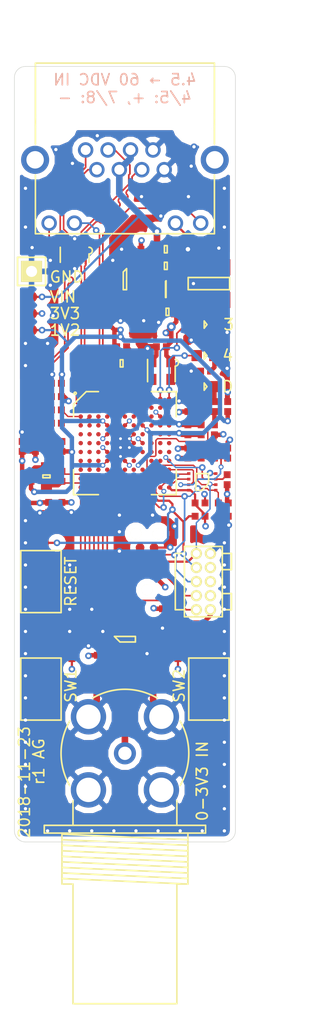
<source format=kicad_pcb>
(kicad_pcb (version 20171130) (host pcbnew 6.0.0-rc1-unknown-106eaaa~84~ubuntu18.04.1)
  (title_block (date 2018-11-24) (rev 1) (comment 1 "Drawn by: Adam Greig"))
  (layers (0 F.Cu signal) (1 In1.Cu power) (2 In2.Cu power) (31 B.Cu signal) (34 B.Paste user) (35 F.Paste user) (36 B.SilkS user) (37 F.SilkS user) (38 B.Mask user) (39 F.Mask user) (44 Edge.Cuts user))
  (net 0 "")
  (net 1 3v3)
  (net 2 GND)
  (net 3 /CLK)
  (net 4 /LED2)
  (net 5 /TD+)
  (net 6 /RD-)
  (net 7 /TD-)
  (net 8 /RD+)
  (net 9 /LED1)
  (net 10 /PWRIN)
  (net 11 /TX-)
  (net 12 /TX+)
  (net 13 1v2)
  (net 14 /FLASH_SDI)
  (net 15 /FLASH_SDO)
  (net 16 /FLASH_SS)
  (net 17 /FLASH_SCK)
  (net 18 /FLASH_IO3)
  (net 19 /FLASH_IO2)
  (net 20 /LED3)
  (net 21 "Net-(D1-Pad1)")
  (net 22 /LED4)
  (net 23 "Net-(D2-Pad1)")
  (net 24 /CDONE)
  (net 25 /CRESET_B)
  (net 26 "Net-(C13-Pad2)")
  (net 27 "Net-(C13-Pad1)")
  (net 28 "Net-(C18-Pad1)")
  (net 29 "Net-(C19-Pad2)")
  (net 30 "Net-(C19-Pad1)")
  (net 31 "Net-(C27-Pad1)")
  (net 32 "Net-(D3-Pad1)")
  (net 33 "Net-(D4-Pad1)")
  (net 34 "Net-(IC1-Pad9)")
  (net 35 "Net-(IC1-Pad11)")
  (net 36 "Net-(IC2-Pad8)")
  (net 37 "Net-(IC2-Pad6)")
  (net 38 "Net-(IC2-Pad5)")
  (net 39 "Net-(IC4-PadA1)")
  (net 40 "Net-(IC4-PadD1)")
  (net 41 "Net-(IC4-PadE1)")
  (net 42 "Net-(IC4-PadF1)")
  (net 43 "Net-(IC4-PadG1)")
  (net 44 "Net-(IC4-PadH1)")
  (net 45 "Net-(IC4-PadJ1)")
  (net 46 "Net-(IC4-PadK1)")
  (net 47 /ADC_~CS)
  (net 48 "Net-(IC4-PadA2)")
  (net 49 "Net-(IC4-PadD2)")
  (net 50 "Net-(IC4-PadE2)")
  (net 51 "Net-(IC4-PadF2)")
  (net 52 "Net-(IC4-PadG2)")
  (net 53 "Net-(IC4-PadH2)")
  (net 54 "Net-(IC4-PadJ2)")
  (net 55 "Net-(IC4-PadK2)")
  (net 56 /ADC_DOUT)
  (net 57 "Net-(IC4-PadB3)")
  (net 58 "Net-(IC4-PadC3)")
  (net 59 "Net-(IC4-PadD3)")
  (net 60 "Net-(IC4-PadE3)")
  (net 61 "Net-(IC4-PadF3)")
  (net 62 "Net-(IC4-PadG3)")
  (net 63 "Net-(IC4-PadH3)")
  (net 64 "Net-(IC4-PadJ3)")
  (net 65 "Net-(IC4-PadK3)")
  (net 66 /ADC_SCLK)
  (net 67 "Net-(IC4-PadB4)")
  (net 68 "Net-(IC4-PadC4)")
  (net 69 "Net-(IC4-PadF4)")
  (net 70 "Net-(IC4-PadJ4)")
  (net 71 "Net-(IC4-PadK4)")
  (net 72 "Net-(IC4-PadA5)")
  (net 73 "Net-(IC4-PadB5)")
  (net 74 "Net-(IC4-PadD5)")
  (net 75 "Net-(IC4-PadJ5)")
  (net 76 "Net-(IC4-PadK5)")
  (net 77 "Net-(IC4-PadL5)")
  (net 78 "Net-(IC4-PadA6)")
  (net 79 "Net-(IC4-PadK6)")
  (net 80 "Net-(IC4-PadA7)")
  (net 81 "Net-(IC4-PadB7)")
  (net 82 "Net-(IC4-PadC7)")
  (net 83 "Net-(IC4-PadD7)")
  (net 84 "Net-(IC4-PadH7)")
  (net 85 "Net-(IC4-PadK7)")
  (net 86 "Net-(IC4-PadA8)")
  (net 87 "Net-(IC4-PadB8)")
  (net 88 "Net-(IC4-PadC8)")
  (net 89 "Net-(IC4-PadE8)")
  (net 90 "Net-(IC4-PadG8)")
  (net 91 "Net-(IC4-PadL8)")
  (net 92 "Net-(IC4-PadA9)")
  (net 93 "Net-(IC4-PadB9)")
  (net 94 "Net-(IC4-PadC9)")
  (net 95 "Net-(IC4-PadD9)")
  (net 96 "Net-(IC4-PadE9)")
  (net 97 "Net-(IC4-PadF9)")
  (net 98 "Net-(IC4-PadG9)")
  (net 99 "Net-(IC4-PadH9)")
  (net 100 "Net-(IC4-PadB10)")
  (net 101 "Net-(IC4-PadD10)")
  (net 102 "Net-(IC4-PadE10)")
  (net 103 "Net-(IC4-PadF10)")
  (net 104 "Net-(IC4-PadG10)")
  (net 105 "Net-(IC4-PadH10)")
  (net 106 "Net-(IC4-PadJ10)")
  (net 107 "Net-(IC4-PadB11)")
  (net 108 "Net-(IC4-PadC11)")
  (net 109 "Net-(IC4-PadD11)")
  (net 110 "Net-(IC4-PadE11)")
  (net 111 "Net-(IC4-PadF11)")
  (net 112 "Net-(IC4-PadG11)")
  (net 113 "Net-(IC4-PadK11)")
  (net 114 "Net-(J1-Pad7)")
  (net 115 "Net-(IC4-PadJ7)")
  (net 116 "Net-(IC4-PadJ8)")
  (net 117 /RX+)
  (net 118 /RX-)
  (net 119 /TDESD-)
  (net 120 /TDESD+)
  (net 121 /USERSW1)
  (net 122 /USERSW2)
  (net 123 "Net-(IC1-PadS1)")
  (net 124 "Net-(IC1-PadS2)")
  (module agg:0603 (layer F.Cu) (at 63.85 72.15 180)
    (fp_text reference C15)
    (fp_text value 10µ)
    (pad 2 smd rect (at 0.8 0 180) (size 0.95 1) (layers F.Cu F.Paste F.Mask) (net 2 GND))
    (pad 1 smd rect (at -0.8 0 180) (size 0.95 1) (layers F.Cu F.Paste F.Mask) (net 1 3v3))
  )
  (module agg:RJHSE-538X (layer F.Cu) (at 60 55 180)
    (fp_text reference IC1)
    (fp_text value RJHSE-538x)
    (pad 8 thru_hole circle (at -3.556 -4.318 180) (size 1.4 1.4) (drill 0.9) (layers *.Cu *.Mask) (net 2 GND))
    (pad 6 thru_hole circle (at -1.524 -4.318 180) (size 1.4 1.4) (drill 0.9) (layers *.Cu *.Mask) (net 118 /RX-))
    (pad 4 thru_hole circle (at 0.508 -4.318 180) (size 1.4 1.4) (drill 0.9) (layers *.Cu *.Mask) (net 10 /PWRIN))
    (pad 2 thru_hole circle (at 2.54 -4.318 180) (size 1.4 1.4) (drill 0.9) (layers *.Cu *.Mask) (net 11 /TX-))
    (pad 7 thru_hole circle (at -2.54 -2.54 180) (size 1.4 1.4) (drill 0.9) (layers *.Cu *.Mask) (net 2 GND))
    (pad 5 thru_hole circle (at -0.508 -2.54 180) (size 1.4 1.4) (drill 0.9) (layers *.Cu *.Mask) (net 10 /PWRIN))
    (pad 3 thru_hole circle (at 1.524 -2.54 180) (size 1.4 1.4) (drill 0.9) (layers *.Cu *.Mask) (net 117 /RX+))
    (pad 1 thru_hole circle (at 3.556 -2.54 180) (size 1.4 1.4) (drill 0.9) (layers *.Cu *.Mask) (net 12 /TX+))
    (pad 12 thru_hole circle (at -6.858 -9.144 180) (size 1.4 1.4) (drill 0.9) (layers *.Cu *.Mask) (net 4 /LED2))
    (pad 9 thru_hole circle (at 6.858 -9.144 180) (size 1.4 1.4) (drill 0.9) (layers *.Cu *.Mask) (net 34 "Net-(IC1-Pad9)"))
    (pad 11 thru_hole circle (at -4.572 -9.144 180) (size 1.4 1.4) (drill 0.9) (layers *.Cu *.Mask) (net 35 "Net-(IC1-Pad11)"))
    (pad 10 thru_hole circle (at 4.572 -9.144 180) (size 1.4 1.4) (drill 0.9) (layers *.Cu *.Mask) (net 9 /LED1))
    (pad "" np_thru_hole circle (at -6.35 0 180) (size 3.2512 3.2512) (drill 3.2512) (layers *.Cu *.Mask))
    (pad "" np_thru_hole circle (at 6.35 0 180) (size 3.2512 3.2512) (drill 3.2512) (layers *.Cu *.Mask))
    (pad S1 thru_hole circle (at -8.128 -3.429 180) (size 2.54 2.54) (drill 1.5748) (layers *.Cu *.Mask) (net 123 "Net-(IC1-PadS1)"))
    (pad S2 thru_hole circle (at 8.128 -3.429 180) (size 2.54 2.54) (drill 1.5748) (layers *.Cu *.Mask) (net 124 "Net-(IC1-PadS2)"))
  )
  (module agg:XTAL-25x20 (layer F.Cu) (at 63.3 77.45 270)
    (fp_text reference Y1)
    (fp_text value 25M)
    (pad 4 smd rect (at 0.8 -0.85 270) (size 1 0.8) (layers F.Cu F.Paste F.Mask) (net 1 3v3))
    (pad 3 smd rect (at 0.8 0.85 270) (size 1 0.8) (layers F.Cu F.Paste F.Mask) (net 3 /CLK))
    (pad 2 smd rect (at -0.8 0.85 270) (size 1 0.8) (layers F.Cu F.Paste F.Mask) (net 2 GND))
    (pad 1 smd rect (at -0.8 -0.85 270) (size 1 0.8) (layers F.Cu F.Paste F.Mask) (net 1 3v3))
  )
  (module agg:uQFN-10L (layer F.Cu) (at 55.45 67 270)
    (fp_text reference IC7)
    (fp_text value ECMF04-4HSM10)
    (pad 10 smd rect (at 0.525 -1 270) (size 0.7 0.2) (layers F.Cu F.Paste F.Mask) (net 6 /RD-))
    (pad 9 smd rect (at 0.525 -0.5 270) (size 0.7 0.2) (layers F.Cu F.Paste F.Mask) (net 8 /RD+))
    (pad 8 smd rect (at 0.525 0 270) (size 0.7 0.2) (layers F.Cu F.Paste F.Mask) (net 2 GND))
    (pad 7 smd rect (at 0.525 0.5 270) (size 0.7 0.2) (layers F.Cu F.Paste F.Mask) (net 119 /TDESD-))
    (pad 6 smd rect (at 0.525 1 270) (size 0.7 0.2) (layers F.Cu F.Paste F.Mask) (net 120 /TDESD+))
    (pad 5 smd rect (at -0.525 1 270) (size 0.7 0.2) (layers F.Cu F.Paste F.Mask) (net 12 /TX+))
    (pad 4 smd rect (at -0.525 0.5 270) (size 0.7 0.2) (layers F.Cu F.Paste F.Mask) (net 11 /TX-))
    (pad 3 smd rect (at -0.525 0 270) (size 0.7 0.2) (layers F.Cu F.Paste F.Mask) (net 2 GND))
    (pad 2 smd rect (at -0.525 -0.5 270) (size 0.7 0.2) (layers F.Cu F.Paste F.Mask) (net 117 /RX+))
    (pad 1 smd rect (at -0.525 -1 270) (size 0.7 0.2) (layers F.Cu F.Paste F.Mask) (net 118 /RX-))
  )
  (module agg:0402 (layer F.Cu) (at 52.85 66.35 180)
    (fp_text reference R1)
    (fp_text value 1k)
    (pad 2 smd rect (at 0.45 0 180) (size 0.62 0.62) (layers F.Cu F.Paste F.Mask) (net 2 GND))
    (pad 1 smd rect (at -0.45 0 180) (size 0.62 0.62) (layers F.Cu F.Paste F.Mask) (net 34 "Net-(IC1-Pad9)"))
  )
  (module agg:TESTPAD (layer F.Cu) (at 51.55 72.3)
    (fp_text reference TP3 hide)
    (fp_text value TESTPAD hide)
    (pad 1 smd circle (at 0 0) (size 1 1) (layers F.Cu F.Mask) (net 1 3v3))
  )
  (module agg:TESTPAD (layer F.Cu) (at 51.55 73.8)
    (fp_text reference TP2 hide)
    (fp_text value TESTPAD hide)
    (pad 1 smd circle (at 0 0) (size 1 1) (layers F.Cu F.Mask) (net 13 1v2))
  )
  (module agg:TESTPAD (layer F.Cu) (at 51.55 70.8)
    (fp_text reference TP1 hide)
    (fp_text value TESTPAD hide)
    (pad 1 smd circle (at 0 0) (size 1 1) (layers F.Cu F.Mask) (net 10 /PWRIN))
  )
  (module agg:SIL-254P-01 (layer F.Cu) (at 51.55 68.5)
    (fp_text reference J3)
    (fp_text value GND)
    (pad 1 thru_hole rect (at 0 0) (size 1.9 1.9) (drill 1) (layers *.Cu *.Mask F.SilkS) (net 2 GND))
  )
  (module agg:TC2030-NL (layer F.Cu) (at 62 94.7 90)
    (fp_text reference J2)
    (fp_text value ~)
    (pad 1 smd circle (at -1.27 0.64 90) (size 0.787 0.787) (layers F.Cu F.Mask) (net 1 3v3))
    (pad 2 smd circle (at -1.27 -0.63 90) (size 0.787 0.787) (layers F.Cu F.Mask) (net 14 /FLASH_SDI))
    (pad 3 smd circle (at 0 0.64 90) (size 0.787 0.787) (layers F.Cu F.Mask) (net 15 /FLASH_SDO))
    (pad 4 smd circle (at 0 -0.63 90) (size 0.787 0.787) (layers F.Cu F.Mask) (net 17 /FLASH_SCK))
    (pad 5 smd circle (at 1.27 0.64 90) (size 0.787 0.787) (layers F.Cu F.Mask) (net 2 GND))
    (pad 6 smd circle (at 1.27 -0.63 90) (size 0.787 0.787) (layers F.Cu F.Mask) (net 16 /FLASH_SS))
    (pad "" np_thru_hole circle (at -2.54 0.005 90) (size 1 1) (drill 1) (layers *.Cu *.Mask F.SilkS))
    (pad "" np_thru_hole circle (at 2.54 1.021 90) (size 1 1) (drill 1) (layers *.Cu *.Mask F.SilkS))
    (pad "" np_thru_hole circle (at 2.54 -1.011 90) (size 1 1) (drill 1) (layers *.Cu *.Mask F.SilkS))
  )
  (module agg:KSR232G (layer F.Cu) (at 52.4 106.2 90)
    (fp_text reference SW3)
    (fp_text value ~)
    (pad 2 smd rect (at 3.5 0 90) (size 1 1.4) (layers F.Cu F.Paste F.Mask) (net 121 /USERSW1))
    (pad 1 smd rect (at -3.5 0 90) (size 1 1.4) (layers F.Cu F.Paste F.Mask) (net 2 GND))
  )
  (module agg:KSR232G (layer F.Cu) (at 67.6 106.2 90)
    (fp_text reference SW2)
    (fp_text value ~)
    (pad 2 smd rect (at 3.5 0 90) (size 1 1.4) (layers F.Cu F.Paste F.Mask) (net 122 /USERSW2))
    (pad 1 smd rect (at -3.5 0 90) (size 1 1.4) (layers F.Cu F.Paste F.Mask) (net 2 GND))
  )
  (module agg:0402 (layer F.Cu) (at 55.2 103 90)
    (fp_text reference R21)
    (fp_text value 10k)
    (pad 2 smd rect (at 0.45 0 90) (size 0.62 0.62) (layers F.Cu F.Paste F.Mask) (net 121 /USERSW1))
    (pad 1 smd rect (at -0.45 0 90) (size 0.62 0.62) (layers F.Cu F.Paste F.Mask) (net 1 3v3))
  )
  (module agg:0402 (layer F.Cu) (at 64.8 103 90)
    (fp_text reference R20)
    (fp_text value 10k)
    (pad 2 smd rect (at 0.45 0 90) (size 0.62 0.62) (layers F.Cu F.Paste F.Mask) (net 122 /USERSW2))
    (pad 1 smd rect (at -0.45 0 90) (size 0.62 0.62) (layers F.Cu F.Paste F.Mask) (net 1 3v3))
  )
  (module agg:0402 (layer F.Cu) (at 69.3 80.7 90)
    (fp_text reference C30)
    (fp_text value 100n)
    (pad 2 smd rect (at 0.45 0 90) (size 0.62 0.62) (layers F.Cu F.Paste F.Mask) (net 2 GND))
    (pad 1 smd rect (at -0.45 0 90) (size 0.62 0.62) (layers F.Cu F.Paste F.Mask) (net 13 1v2))
  )
  (module agg:0402 (layer F.Cu) (at 53.8 79.8 180)
    (fp_text reference C29)
    (fp_text value 10n)
    (pad 2 smd rect (at 0.45 0 180) (size 0.62 0.62) (layers F.Cu F.Paste F.Mask) (net 2 GND))
    (pad 1 smd rect (at -0.45 0 180) (size 0.62 0.62) (layers F.Cu F.Paste F.Mask) (net 13 1v2))
  )
  (module agg:0402 (layer F.Cu) (at 53.8 78.6 180)
    (fp_text reference C24)
    (fp_text value 100n)
    (pad 2 smd rect (at 0.45 0 180) (size 0.62 0.62) (layers F.Cu F.Paste F.Mask) (net 2 GND))
    (pad 1 smd rect (at -0.45 0 180) (size 0.62 0.62) (layers F.Cu F.Paste F.Mask) (net 13 1v2))
  )
  (module agg:0603-LED (layer F.Cu) (at 67.3 76.1 180)
    (fp_text reference D2)
    (fp_text value LED)
    (pad 2 smd rect (at 0.8 0 180) (size 0.95 1) (layers F.Cu F.Paste F.Mask) (net 22 /LED4))
    (pad 1 smd rect (at -0.8 0 180) (size 0.95 1) (layers F.Cu F.Paste F.Mask) (net 23 "Net-(D2-Pad1)"))
  )
  (module agg:LPS4018 (layer F.Cu) (at 67.6 69.6 270)
    (fp_text reference L1)
    (fp_text value 33µ)
    (pad 2 smd rect (at 1.475 0 270) (size 1.45 3.89) (layers F.Cu F.Paste F.Mask) (net 1 3v3))
    (pad 1 smd rect (at -1.475 0 270) (size 1.45 3.89) (layers F.Cu F.Paste F.Mask) (net 36 "Net-(IC2-Pad8)"))
  )
  (module agg:KSR232G (layer F.Cu) (at 52.4 96.5 90)
    (fp_text reference SW1)
    (fp_text value ~)
    (pad 2 smd rect (at 3.5 0 90) (size 1 1.4) (layers F.Cu F.Paste F.Mask) (net 25 /CRESET_B))
    (pad 1 smd rect (at -3.5 0 90) (size 1 1.4) (layers F.Cu F.Paste F.Mask) (net 2 GND))
  )
  (module agg:0402 (layer F.Cu) (at 60 104.4)
    (fp_text reference R19)
    (fp_text value 100)
    (pad 2 smd rect (at 0.45 0) (size 0.62 0.62) (layers F.Cu F.Paste F.Mask) (net 31 "Net-(C27-Pad1)"))
    (pad 1 smd rect (at -0.45 0) (size 0.62 0.62) (layers F.Cu F.Paste F.Mask) (net 33 "Net-(D4-Pad1)"))
  )
  (module agg:0402 (layer F.Cu) (at 68.1 80.7 270)
    (fp_text reference R11)
    (fp_text value 1k)
    (pad 2 smd rect (at 0.45 0 270) (size 0.62 0.62) (layers F.Cu F.Paste F.Mask) (net 24 /CDONE))
    (pad 1 smd rect (at -0.45 0 270) (size 0.62 0.62) (layers F.Cu F.Paste F.Mask) (net 32 "Net-(D3-Pad1)"))
  )
  (module agg:FTSH-105-01-F-D-K (layer F.Cu) (at 67.1 96.5 90)
    (fp_text reference J1)
    (fp_text value ~)
    (pad 10 thru_hole circle (at 2.54 -0.635 90) (size 1.016 1.016) (drill 0.635) (layers *.Cu *.Mask F.SilkS) (net 15 /FLASH_SDO))
    (pad 9 thru_hole circle (at 2.54 0.635 90) (size 1.016 1.016) (drill 0.635) (layers *.Cu *.Mask F.SilkS) (net 2 GND))
    (pad 8 thru_hole circle (at 1.27 -0.635 90) (size 1.016 1.016) (drill 0.635) (layers *.Cu *.Mask F.SilkS) (net 25 /CRESET_B))
    (pad 7 thru_hole circle (at 1.27 0.635 90) (size 1.016 1.016) (drill 0.635) (layers *.Cu *.Mask F.SilkS) (net 114 "Net-(J1-Pad7)"))
    (pad 6 thru_hole circle (at 0 -0.635 90) (size 1.016 1.016) (drill 0.635) (layers *.Cu *.Mask F.SilkS) (net 16 /FLASH_SS))
    (pad 5 thru_hole circle (at 0 0.635 90) (size 1.016 1.016) (drill 0.635) (layers *.Cu *.Mask F.SilkS) (net 2 GND))
    (pad 4 thru_hole circle (at -1.27 -0.635 90) (size 1.016 1.016) (drill 0.635) (layers *.Cu *.Mask F.SilkS) (net 17 /FLASH_SCK))
    (pad 3 thru_hole circle (at -1.27 0.635 90) (size 1.016 1.016) (drill 0.635) (layers *.Cu *.Mask F.SilkS) (net 2 GND))
    (pad 2 thru_hole circle (at -2.54 -0.635 90) (size 1.016 1.016) (drill 0.635) (layers *.Cu *.Mask F.SilkS) (net 14 /FLASH_SDI))
    (pad 1 thru_hole circle (at -2.54 0.635 90) (size 1.016 1.016) (drill 0.635) (layers *.Cu *.Mask F.SilkS) (net 1 3v3))
  )
  (module agg:SOT-23-6 (layer F.Cu) (at 60 101.7 90)
    (fp_text reference IC6)
    (fp_text value MAX11665AUT)
    (pad 6 smd rect (at 1.3 -0.95 90) (size 1.1 0.6) (layers F.Cu F.Paste F.Mask) (net 47 /ADC_~CS))
    (pad 5 smd rect (at 1.3 0 90) (size 1.1 0.6) (layers F.Cu F.Paste F.Mask) (net 56 /ADC_DOUT))
    (pad 4 smd rect (at 1.3 0.95 90) (size 1.1 0.6) (layers F.Cu F.Paste F.Mask) (net 66 /ADC_SCLK))
    (pad 3 smd rect (at -1.3 0.95 90) (size 1.1 0.6) (layers F.Cu F.Paste F.Mask) (net 31 "Net-(C27-Pad1)"))
    (pad 2 smd rect (at -1.3 0 90) (size 1.1 0.6) (layers F.Cu F.Paste F.Mask) (net 2 GND))
    (pad 1 smd rect (at -1.3 -0.95 90) (size 1.1 0.6) (layers F.Cu F.Paste F.Mask) (net 1 3v3))
  )
  (module agg:SOT-23 (layer F.Cu) (at 60 69.2)
    (fp_text reference IC3)
    (fp_text value MCP1700)
    (pad 3 smd rect (at 1.15 0) (size 1 0.6) (layers F.Cu F.Paste F.Mask) (net 1 3v3))
    (pad 2 smd rect (at -1.15 0.95) (size 1 0.6) (layers F.Cu F.Paste F.Mask) (net 13 1v2))
    (pad 1 smd rect (at -1.15 -0.95) (size 1 0.6) (layers F.Cu F.Paste F.Mask) (net 2 GND))
  )
  (module agg:TDFN-8 (layer F.Cu) (at 63.7 70.1)
    (fp_text reference IC2)
    (fp_text value MAX15062)
    (pad 8 smd rect (at 0.95 -0.75) (size 0.85 0.3) (layers F.Cu F.Paste F.Mask) (net 36 "Net-(IC2-Pad8)"))
    (pad 7 smd rect (at 0.95 -0.25) (size 0.85 0.3) (layers F.Cu F.Paste F.Mask) (net 2 GND))
    (pad 6 smd rect (at 0.95 0.25) (size 0.85 0.3) (layers F.Cu F.Paste F.Mask) (net 37 "Net-(IC2-Pad6)"))
    (pad 5 smd rect (at 0.95 0.75) (size 0.85 0.3) (layers F.Cu F.Paste F.Mask) (net 38 "Net-(IC2-Pad5)"))
    (pad 4 smd rect (at -0.95 0.75) (size 0.85 0.3) (layers F.Cu F.Paste F.Mask) (net 1 3v3))
    (pad 3 smd rect (at -0.95 0.25) (size 0.85 0.3) (layers F.Cu F.Paste F.Mask) (net 28 "Net-(C18-Pad1)"))
    (pad 2 smd rect (at -0.95 -0.25) (size 0.85 0.3) (layers F.Cu F.Paste F.Mask) (net 10 /PWRIN))
    (pad 1 smd rect (at -0.95 -0.75) (size 0.85 0.3) (layers F.Cu F.Paste F.Mask) (net 10 /PWRIN))
  )
  (module agg:0402 (layer F.Cu) (at 57.9 104.4 180)
    (fp_text reference D4)
    (fp_text value ESD_DIODE)
    (pad 2 smd rect (at 0.45 0 180) (size 0.62 0.62) (layers F.Cu F.Paste F.Mask) (net 2 GND))
    (pad 1 smd rect (at -0.45 0 180) (size 0.62 0.62) (layers F.Cu F.Paste F.Mask) (net 33 "Net-(D4-Pad1)"))
  )
  (module agg:0603-LED (layer F.Cu) (at 67.3 78.9 180)
    (fp_text reference D3)
    (fp_text value LED)
    (pad 2 smd rect (at 0.8 0 180) (size 0.95 1) (layers F.Cu F.Paste F.Mask) (net 1 3v3))
    (pad 1 smd rect (at -0.8 0 180) (size 0.95 1) (layers F.Cu F.Paste F.Mask) (net 32 "Net-(D3-Pad1)"))
  )
  (module agg:0603-LED (layer F.Cu) (at 67.3 73.3 180)
    (fp_text reference D1)
    (fp_text value LED)
    (pad 2 smd rect (at 0.8 0 180) (size 0.95 1) (layers F.Cu F.Paste F.Mask) (net 20 /LED3))
    (pad 1 smd rect (at -0.8 0 180) (size 0.95 1) (layers F.Cu F.Paste F.Mask) (net 21 "Net-(D1-Pad1)"))
  )
  (module agg:0402 (layer F.Cu) (at 62.1 104.4)
    (fp_text reference C27)
    (fp_text value 10n)
    (pad 2 smd rect (at 0.45 0) (size 0.62 0.62) (layers F.Cu F.Paste F.Mask) (net 2 GND))
    (pad 1 smd rect (at -0.45 0) (size 0.62 0.62) (layers F.Cu F.Paste F.Mask) (net 31 "Net-(C27-Pad1)"))
  )
  (module agg:0402 (layer F.Cu) (at 57.5 102.7 90)
    (fp_text reference C25)
    (fp_text value 100n)
    (pad 2 smd rect (at 0.45 0 90) (size 0.62 0.62) (layers F.Cu F.Paste F.Mask) (net 2 GND))
    (pad 1 smd rect (at -0.45 0 90) (size 0.62 0.62) (layers F.Cu F.Paste F.Mask) (net 1 3v3))
  )
  (module agg:0402 (layer F.Cu) (at 59.15 72.15)
    (fp_text reference C22)
    (fp_text value 1µ)
    (pad 2 smd rect (at 0.45 0) (size 0.62 0.62) (layers F.Cu F.Paste F.Mask) (net 2 GND))
    (pad 1 smd rect (at -0.45 0) (size 0.62 0.62) (layers F.Cu F.Paste F.Mask) (net 13 1v2))
  )
  (module agg:0402 (layer F.Cu) (at 61 66.5 180)
    (fp_text reference C21)
    (fp_text value 100n)
    (pad 2 smd rect (at 0.45 0 180) (size 0.62 0.62) (layers F.Cu F.Paste F.Mask) (net 2 GND))
    (pad 1 smd rect (at -0.45 0 180) (size 0.62 0.62) (layers F.Cu F.Paste F.Mask) (net 1 3v3))
  )
  (module agg:0402 (layer F.Cu) (at 61.25 72.15)
    (fp_text reference C18)
    (fp_text value 1µ)
    (pad 2 smd rect (at 0.45 0) (size 0.62 0.62) (layers F.Cu F.Paste F.Mask) (net 2 GND))
    (pad 1 smd rect (at -0.45 0) (size 0.62 0.62) (layers F.Cu F.Paste F.Mask) (net 28 "Net-(C18-Pad1)"))
  )
  (module agg:0603 (layer F.Cu) (at 63.7 66.5)
    (fp_text reference C16)
    (fp_text value "1µ 48V")
    (pad 2 smd rect (at 0.8 0) (size 0.95 1) (layers F.Cu F.Paste F.Mask) (net 2 GND))
    (pad 1 smd rect (at -0.8 0) (size 0.95 1) (layers F.Cu F.Paste F.Mask) (net 10 /PWRIN))
  )
  (module agg:0402 (layer F.Cu) (at 69.25 87.3 90)
    (fp_text reference R15)
    (fp_text value 10k)
    (pad 2 smd rect (at 0.45 0 90) (size 0.62 0.62) (layers F.Cu F.Paste F.Mask) (net 19 /FLASH_IO2))
    (pad 1 smd rect (at -0.45 0 90) (size 0.62 0.62) (layers F.Cu F.Paste F.Mask) (net 1 3v3))
  )
  (module agg:0402 (layer F.Cu) (at 69.3 84.9 90)
    (fp_text reference R17)
    (fp_text value DNF)
    (pad 2 smd rect (at 0.45 0 90) (size 0.62 0.62) (layers F.Cu F.Paste F.Mask) (net 2 GND))
    (pad 1 smd rect (at -0.45 0 90) (size 0.62 0.62) (layers F.Cu F.Paste F.Mask) (net 18 /FLASH_IO3))
  )
  (module agg:0402 (layer F.Cu) (at 68.1 84.9 270)
    (fp_text reference R14)
    (fp_text value 10k)
    (pad 2 smd rect (at 0.45 0 270) (size 0.62 0.62) (layers F.Cu F.Paste F.Mask) (net 18 /FLASH_IO3))
    (pad 1 smd rect (at -0.45 0 270) (size 0.62 0.62) (layers F.Cu F.Paste F.Mask) (net 1 3v3))
  )
  (module agg:0402 (layer F.Cu) (at 67.3 77.5 180)
    (fp_text reference R10)
    (fp_text value 1k)
    (pad 2 smd rect (at 0.45 0 180) (size 0.62 0.62) (layers F.Cu F.Paste F.Mask) (net 2 GND))
    (pad 1 smd rect (at -0.45 0 180) (size 0.62 0.62) (layers F.Cu F.Paste F.Mask) (net 23 "Net-(D2-Pad1)"))
  )
  (module agg:0402 (layer F.Cu) (at 67.3 74.7 180)
    (fp_text reference R9)
    (fp_text value 1k)
    (pad 2 smd rect (at 0.45 0 180) (size 0.62 0.62) (layers F.Cu F.Paste F.Mask) (net 2 GND))
    (pad 1 smd rect (at -0.45 0 180) (size 0.62 0.62) (layers F.Cu F.Paste F.Mask) (net 21 "Net-(D1-Pad1)"))
  )
  (module agg:0402 (layer F.Cu) (at 68.9 90.6)
    (fp_text reference R18)
    (fp_text value DNF)
    (pad 2 smd rect (at 0.45 0) (size 0.62 0.62) (layers F.Cu F.Paste F.Mask) (net 2 GND))
    (pad 1 smd rect (at -0.45 0) (size 0.62 0.62) (layers F.Cu F.Paste F.Mask) (net 16 /FLASH_SS))
  )
  (module agg:0402 (layer F.Cu) (at 63.4 99.4 270)
    (fp_text reference C26)
    (fp_text value 100n)
    (pad 2 smd rect (at 0.45 0 270) (size 0.62 0.62) (layers F.Cu F.Paste F.Mask) (net 2 GND))
    (pad 1 smd rect (at -0.45 0 270) (size 0.62 0.62) (layers F.Cu F.Paste F.Mask) (net 1 3v3))
  )
  (module agg:UFDFN-8 (layer F.Cu) (at 67 87.5 180)
    (fp_text reference IC5)
    (fp_text value W25Q80)
    (pad 8 smd rect (at 1.225 -0.75 180) (size 0.3 0.25) (layers F.Cu F.Paste F.Mask) (net 1 3v3))
    (pad 7 smd rect (at 1.225 -0.25 180) (size 0.3 0.25) (layers F.Cu F.Paste F.Mask) (net 18 /FLASH_IO3))
    (pad 6 smd rect (at 1.225 0.25 180) (size 0.3 0.25) (layers F.Cu F.Paste F.Mask) (net 17 /FLASH_SCK))
    (pad 5 smd rect (at 1.225 0.75 180) (size 0.3 0.25) (layers F.Cu F.Paste F.Mask) (net 14 /FLASH_SDI))
    (pad 4 smd rect (at -1.225 0.75 180) (size 0.3 0.25) (layers F.Cu F.Paste F.Mask) (net 2 GND))
    (pad 3 smd rect (at -1.225 0.25 180) (size 0.3 0.25) (layers F.Cu F.Paste F.Mask) (net 19 /FLASH_IO2))
    (pad 2 smd rect (at -1.225 -0.25 180) (size 0.3 0.25) (layers F.Cu F.Paste F.Mask) (net 15 /FLASH_SDO))
    (pad 1 smd rect (at -1.225 -0.75 180) (size 0.3 0.25) (layers F.Cu F.Paste F.Mask) (net 16 /FLASH_SS))
  )
  (module agg:0402 (layer F.Cu) (at 63.3 75.3 180)
    (fp_text reference C28)
    (fp_text value 100n)
    (pad 2 smd rect (at 0.45 0 180) (size 0.62 0.62) (layers F.Cu F.Paste F.Mask) (net 2 GND))
    (pad 1 smd rect (at -0.45 0 180) (size 0.62 0.62) (layers F.Cu F.Paste F.Mask) (net 1 3v3))
  )
  (module agg:0603 (layer F.Cu) (at 63.7 68)
    (fp_text reference C17)
    (fp_text value "100n 48V")
    (pad 2 smd rect (at 0.8 0) (size 0.95 1) (layers F.Cu F.Paste F.Mask) (net 2 GND))
    (pad 1 smd rect (at -0.8 0) (size 0.95 1) (layers F.Cu F.Paste F.Mask) (net 10 /PWRIN))
  )
  (module agg:0402 (layer F.Cu) (at 66.8 89.4)
    (fp_text reference C23)
    (fp_text value 100n)
    (pad 2 smd rect (at 0.45 0) (size 0.62 0.62) (layers F.Cu F.Paste F.Mask) (net 2 GND))
    (pad 1 smd rect (at -0.45 0) (size 0.62 0.62) (layers F.Cu F.Paste F.Mask) (net 1 3v3))
  )
  (module agg:0402 (layer F.Cu) (at 65.7 80.7 90)
    (fp_text reference C12)
    (fp_text value 10n)
    (pad 2 smd rect (at 0.45 0 90) (size 0.62 0.62) (layers F.Cu F.Paste F.Mask) (net 2 GND))
    (pad 1 smd rect (at -0.45 0 90) (size 0.62 0.62) (layers F.Cu F.Paste F.Mask) (net 1 3v3))
  )
  (module agg:0402 (layer F.Cu) (at 51.9 84.3 90)
    (fp_text reference C11)
    (fp_text value 10n)
    (pad 2 smd rect (at 0.45 0 90) (size 0.62 0.62) (layers F.Cu F.Paste F.Mask) (net 2 GND))
    (pad 1 smd rect (at -0.45 0 90) (size 0.62 0.62) (layers F.Cu F.Paste F.Mask) (net 1 3v3))
  )
  (module agg:0402 (layer F.Cu) (at 54.3 89.8 270)
    (fp_text reference C10)
    (fp_text value 10n)
    (pad 2 smd rect (at 0.45 0 270) (size 0.62 0.62) (layers F.Cu F.Paste F.Mask) (net 2 GND))
    (pad 1 smd rect (at -0.45 0 270) (size 0.62 0.62) (layers F.Cu F.Paste F.Mask) (net 1 3v3))
  )
  (module agg:0402 (layer F.Cu) (at 54.3 84.3 90)
    (fp_text reference C4)
    (fp_text value 10n)
    (pad 2 smd rect (at 0.45 0 90) (size 0.62 0.62) (layers F.Cu F.Paste F.Mask) (net 2 GND))
    (pad 1 smd rect (at -0.45 0 90) (size 0.62 0.62) (layers F.Cu F.Paste F.Mask) (net 13 1v2))
  )
  (module agg:0402 (layer F.Cu) (at 66.9 84.9 270)
    (fp_text reference C9)
    (fp_text value 100n)
    (pad 2 smd rect (at 0.45 0 270) (size 0.62 0.62) (layers F.Cu F.Paste F.Mask) (net 2 GND))
    (pad 1 smd rect (at -0.45 0 270) (size 0.62 0.62) (layers F.Cu F.Paste F.Mask) (net 1 3v3))
  )
  (module agg:0402 (layer F.Cu) (at 65.7 82.8 90)
    (fp_text reference C3)
    (fp_text value 10n)
    (pad 2 smd rect (at 0.45 0 90) (size 0.62 0.62) (layers F.Cu F.Paste F.Mask) (net 2 GND))
    (pad 1 smd rect (at -0.45 0 90) (size 0.62 0.62) (layers F.Cu F.Paste F.Mask) (net 13 1v2))
  )
  (module agg:0402 (layer F.Cu) (at 66.9 80.7 90)
    (fp_text reference C8)
    (fp_text value 100n)
    (pad 2 smd rect (at 0.45 0 90) (size 0.62 0.62) (layers F.Cu F.Paste F.Mask) (net 2 GND))
    (pad 1 smd rect (at -0.45 0 90) (size 0.62 0.62) (layers F.Cu F.Paste F.Mask) (net 1 3v3))
  )
  (module agg:0402 (layer F.Cu) (at 65.7 84.9 270)
    (fp_text reference C6)
    (fp_text value 10n)
    (pad 2 smd rect (at 0.45 0 270) (size 0.62 0.62) (layers F.Cu F.Paste F.Mask) (net 2 GND))
    (pad 1 smd rect (at -0.45 0 270) (size 0.62 0.62) (layers F.Cu F.Paste F.Mask) (net 1 3v3))
  )
  (module agg:0402 (layer F.Cu) (at 66.9 82.8 90)
    (fp_text reference C2)
    (fp_text value 100n)
    (pad 2 smd rect (at 0.45 0 90) (size 0.62 0.62) (layers F.Cu F.Paste F.Mask) (net 2 GND))
    (pad 1 smd rect (at -0.45 0 90) (size 0.62 0.62) (layers F.Cu F.Paste F.Mask) (net 13 1v2))
  )
  (module agg:0402 (layer F.Cu) (at 53.1 89.8 270)
    (fp_text reference C7)
    (fp_text value 100n)
    (pad 2 smd rect (at 0.45 0 270) (size 0.62 0.62) (layers F.Cu F.Paste F.Mask) (net 2 GND))
    (pad 1 smd rect (at -0.45 0 270) (size 0.62 0.62) (layers F.Cu F.Paste F.Mask) (net 1 3v3))
  )
  (module agg:0402 (layer F.Cu) (at 50.7 84.3 90)
    (fp_text reference C5)
    (fp_text value 100n)
    (pad 2 smd rect (at 0.45 0 90) (size 0.62 0.62) (layers F.Cu F.Paste F.Mask) (net 2 GND))
    (pad 1 smd rect (at -0.45 0 90) (size 0.62 0.62) (layers F.Cu F.Paste F.Mask) (net 1 3v3))
  )
  (module agg:0402 (layer F.Cu) (at 53.1 84.3 90)
    (fp_text reference C1)
    (fp_text value 100n)
    (pad 2 smd rect (at 0.45 0 90) (size 0.62 0.62) (layers F.Cu F.Paste F.Mask) (net 2 GND))
    (pad 1 smd rect (at -0.45 0 90) (size 0.62 0.62) (layers F.Cu F.Paste F.Mask) (net 13 1v2))
  )
  (module agg:0402 (layer F.Cu) (at 68.1 82.8 90)
    (fp_text reference R13)
    (fp_text value 10k)
    (pad 2 smd rect (at 0.45 0 90) (size 0.62 0.62) (layers F.Cu F.Paste F.Mask) (net 24 /CDONE))
    (pad 1 smd rect (at -0.45 0 90) (size 0.62 0.62) (layers F.Cu F.Paste F.Mask) (net 1 3v3))
  )
  (module agg:0402 (layer F.Cu) (at 66.8 90.6 180)
    (fp_text reference R12)
    (fp_text value 10k)
    (pad 2 smd rect (at 0.45 0 180) (size 0.62 0.62) (layers F.Cu F.Paste F.Mask) (net 25 /CRESET_B))
    (pad 1 smd rect (at -0.45 0 180) (size 0.62 0.62) (layers F.Cu F.Paste F.Mask) (net 1 3v3))
  )
  (module agg:0402 (layer F.Cu) (at 68.9 89.4 180)
    (fp_text reference R16)
    (fp_text value 10k)
    (pad 2 smd rect (at 0.45 0 180) (size 0.62 0.62) (layers F.Cu F.Paste F.Mask) (net 16 /FLASH_SS))
    (pad 1 smd rect (at -0.45 0 180) (size 0.62 0.62) (layers F.Cu F.Paste F.Mask) (net 1 3v3))
  )
  (module agg:0402 (layer F.Cu) (at 59.7 75.3)
    (fp_text reference R8)
    (fp_text value 100)
    (pad 2 smd rect (at 0.45 0) (size 0.62 0.62) (layers F.Cu F.Paste F.Mask) (net 30 "Net-(C19-Pad1)"))
    (pad 1 smd rect (at -0.45 0) (size 0.62 0.62) (layers F.Cu F.Paste F.Mask) (net 13 1v2))
  )
  (module agg:0402 (layer F.Cu) (at 51.5 87 90)
    (fp_text reference R7)
    (fp_text value 100)
    (pad 2 smd rect (at 0.45 0 90) (size 0.62 0.62) (layers F.Cu F.Paste F.Mask) (net 27 "Net-(C13-Pad1)"))
    (pad 1 smd rect (at -0.45 0 90) (size 0.62 0.62) (layers F.Cu F.Paste F.Mask) (net 13 1v2))
  )
  (module agg:0402 (layer F.Cu) (at 59.7 78.3 180)
    (fp_text reference C20)
    (fp_text value 100n)
    (pad 2 smd rect (at 0.45 0 180) (size 0.62 0.62) (layers F.Cu F.Paste F.Mask) (net 29 "Net-(C19-Pad2)"))
    (pad 1 smd rect (at -0.45 0 180) (size 0.62 0.62) (layers F.Cu F.Paste F.Mask) (net 30 "Net-(C19-Pad1)"))
  )
  (module agg:0402 (layer F.Cu) (at 54.3 87 270)
    (fp_text reference C14)
    (fp_text value 100n)
    (pad 2 smd rect (at 0.45 0 270) (size 0.62 0.62) (layers F.Cu F.Paste F.Mask) (net 26 "Net-(C13-Pad2)"))
    (pad 1 smd rect (at -0.45 0 270) (size 0.62 0.62) (layers F.Cu F.Paste F.Mask) (net 27 "Net-(C13-Pad1)"))
  )
  (module agg:0603 (layer F.Cu) (at 59.7 76.8 180)
    (fp_text reference C19)
    (fp_text value 10µ)
    (pad 2 smd rect (at 0.8 0 180) (size 0.95 1) (layers F.Cu F.Paste F.Mask) (net 29 "Net-(C19-Pad2)"))
    (pad 1 smd rect (at -0.8 0 180) (size 0.95 1) (layers F.Cu F.Paste F.Mask) (net 30 "Net-(C19-Pad1)"))
  )
  (module agg:0603 (layer F.Cu) (at 52.9 87 270)
    (fp_text reference C13)
    (fp_text value 10µ)
    (pad 2 smd rect (at 0.8 0 270) (size 0.95 1) (layers F.Cu F.Paste F.Mask) (net 26 "Net-(C13-Pad2)"))
    (pad 1 smd rect (at -0.8 0 270) (size 0.95 1) (layers F.Cu F.Paste F.Mask) (net 27 "Net-(C13-Pad1)"))
  )
  (module agg:0402 (layer F.Cu) (at 53.8 82.2)
    (fp_text reference R4)
    (fp_text value 140)
    (pad 2 smd rect (at 0.45 0) (size 0.62 0.62) (layers F.Cu F.Paste F.Mask) (net 5 /TD+))
    (pad 1 smd rect (at -0.45 0) (size 0.62 0.62) (layers F.Cu F.Paste F.Mask) (net 120 /TDESD+))
  )
  (module agg:0402 (layer F.Cu) (at 53.8 81)
    (fp_text reference R6)
    (fp_text value 140)
    (pad 2 smd rect (at 0.45 0) (size 0.62 0.62) (layers F.Cu F.Paste F.Mask) (net 7 /TD-))
    (pad 1 smd rect (at -0.45 0) (size 0.62 0.62) (layers F.Cu F.Paste F.Mask) (net 119 /TDESD-))
  )
  (module agg:0402 (layer F.Cu) (at 67.2 66.4)
    (fp_text reference R3)
    (fp_text value 1k)
    (pad 2 smd rect (at 0.45 0) (size 0.62 0.62) (layers F.Cu F.Paste F.Mask) (net 2 GND))
    (pad 1 smd rect (at -0.45 0) (size 0.62 0.62) (layers F.Cu F.Paste F.Mask) (net 35 "Net-(IC1-Pad11)"))
  )
  (module agg:0402 (layer F.Cu) (at 52 81.6 90)
    (fp_text reference R5)
    (fp_text value 140)
    (pad 2 smd rect (at 0.45 0 90) (size 0.62 0.62) (layers F.Cu F.Paste F.Mask) (net 119 /TDESD-))
    (pad 1 smd rect (at -0.45 0 90) (size 0.62 0.62) (layers F.Cu F.Paste F.Mask) (net 120 /TDESD+))
  )
  (module agg:0402 (layer F.Cu) (at 56.2 78.2)
    (fp_text reference R2)
    (fp_text value 100)
    (pad 2 smd rect (at 0.45 0) (size 0.62 0.62) (layers F.Cu F.Paste F.Mask) (net 6 /RD-))
    (pad 1 smd rect (at -0.45 0) (size 0.62 0.62) (layers F.Cu F.Paste F.Mask) (net 8 /RD+))
  )
  (module agg:BNC_PCB_RA_5-1634556-0 (layer F.Cu) (at 60 112 180)
    (fp_text reference P1)
    (fp_text value COAX)
    (pad 2 thru_hole circle (at 3.3 3.3 180) (size 3.2 3.2) (drill 2.2) (layers *.Cu *.Mask) (net 2 GND))
    (pad 2 thru_hole circle (at -3.3 3.3 180) (size 3.2 3.2) (drill 2.2) (layers *.Cu *.Mask) (net 2 GND))
    (pad 2 thru_hole circle (at 3.3 -3.3 180) (size 3.2 3.2) (drill 2.2) (layers *.Cu *.Mask) (net 2 GND))
    (pad 1 thru_hole circle (at 0 0 180) (size 2 2) (drill 1.2) (layers *.Cu *.Mask) (net 33 "Net-(D4-Pad1)"))
    (pad 2 thru_hole circle (at -3.3 -3.3 180) (size 3.2 3.2) (drill 2.2) (layers *.Cu *.Mask) (net 2 GND))
  )
  (module agg:Lattice-BG121 (layer F.Cu) (at 60 84)
    (fp_text reference IC4)
    (fp_text value iCE40HX8K-BG121)
    (pad L11 smd circle (at 4 4) (size 0.4 0.4) (layers F.Cu F.Paste F.Mask) (net 1 3v3))
    (pad K11 smd circle (at 4 3.2) (size 0.4 0.4) (layers F.Cu F.Paste F.Mask) (net 113 "Net-(IC4-PadK11)"))
    (pad J11 smd circle (at 4 2.4) (size 0.4 0.4) (layers F.Cu F.Paste F.Mask) (net 18 /FLASH_IO3))
    (pad H11 smd circle (at 4 1.6) (size 0.4 0.4) (layers F.Cu F.Paste F.Mask) (net 19 /FLASH_IO2))
    (pad G11 smd circle (at 4 0.8) (size 0.4 0.4) (layers F.Cu F.Paste F.Mask) (net 112 "Net-(IC4-PadG11)"))
    (pad F11 smd circle (at 4 0) (size 0.4 0.4) (layers F.Cu F.Paste F.Mask) (net 111 "Net-(IC4-PadF11)"))
    (pad E11 smd circle (at 4 -0.8) (size 0.4 0.4) (layers F.Cu F.Paste F.Mask) (net 110 "Net-(IC4-PadE11)"))
    (pad D11 smd circle (at 4 -1.6) (size 0.4 0.4) (layers F.Cu F.Paste F.Mask) (net 109 "Net-(IC4-PadD11)"))
    (pad C11 smd circle (at 4 -2.4) (size 0.4 0.4) (layers F.Cu F.Paste F.Mask) (net 108 "Net-(IC4-PadC11)"))
    (pad B11 smd circle (at 4 -3.2) (size 0.4 0.4) (layers F.Cu F.Paste F.Mask) (net 107 "Net-(IC4-PadB11)"))
    (pad A11 smd circle (at 4 -4) (size 0.4 0.4) (layers F.Cu F.Paste F.Mask) (net 22 /LED4))
    (pad L10 smd circle (at 3.2 4) (size 0.4 0.4) (layers F.Cu F.Paste F.Mask) (net 17 /FLASH_SCK))
    (pad K10 smd circle (at 3.2 3.2) (size 0.4 0.4) (layers F.Cu F.Paste F.Mask) (net 16 /FLASH_SS))
    (pad J10 smd circle (at 3.2 2.4) (size 0.4 0.4) (layers F.Cu F.Paste F.Mask) (net 106 "Net-(IC4-PadJ10)"))
    (pad H10 smd circle (at 3.2 1.6) (size 0.4 0.4) (layers F.Cu F.Paste F.Mask) (net 105 "Net-(IC4-PadH10)"))
    (pad G10 smd circle (at 3.2 0.8) (size 0.4 0.4) (layers F.Cu F.Paste F.Mask) (net 104 "Net-(IC4-PadG10)"))
    (pad F10 smd circle (at 3.2 0) (size 0.4 0.4) (layers F.Cu F.Paste F.Mask) (net 103 "Net-(IC4-PadF10)"))
    (pad E10 smd circle (at 3.2 -0.8) (size 0.4 0.4) (layers F.Cu F.Paste F.Mask) (net 102 "Net-(IC4-PadE10)"))
    (pad D10 smd circle (at 3.2 -1.6) (size 0.4 0.4) (layers F.Cu F.Paste F.Mask) (net 101 "Net-(IC4-PadD10)"))
    (pad C10 smd circle (at 3.2 -2.4) (size 0.4 0.4) (layers F.Cu F.Paste F.Mask) (net 1 3v3))
    (pad B10 smd circle (at 3.2 -3.2) (size 0.4 0.4) (layers F.Cu F.Paste F.Mask) (net 100 "Net-(IC4-PadB10)"))
    (pad A10 smd circle (at 3.2 -4) (size 0.4 0.4) (layers F.Cu F.Paste F.Mask) (net 20 /LED3))
    (pad L9 smd circle (at 2.4 4) (size 0.4 0.4) (layers F.Cu F.Paste F.Mask) (net 25 /CRESET_B))
    (pad K9 smd circle (at 2.4 3.2) (size 0.4 0.4) (layers F.Cu F.Paste F.Mask) (net 14 /FLASH_SDI))
    (pad J9 smd circle (at 2.4 2.4) (size 0.4 0.4) (layers F.Cu F.Paste F.Mask) (net 15 /FLASH_SDO))
    (pad H9 smd circle (at 2.4 1.6) (size 0.4 0.4) (layers F.Cu F.Paste F.Mask) (net 99 "Net-(IC4-PadH9)"))
    (pad G9 smd circle (at 2.4 0.8) (size 0.4 0.4) (layers F.Cu F.Paste F.Mask) (net 98 "Net-(IC4-PadG9)"))
    (pad F9 smd circle (at 2.4 0) (size 0.4 0.4) (layers F.Cu F.Paste F.Mask) (net 97 "Net-(IC4-PadF9)"))
    (pad E9 smd circle (at 2.4 -0.8) (size 0.4 0.4) (layers F.Cu F.Paste F.Mask) (net 96 "Net-(IC4-PadE9)"))
    (pad D9 smd circle (at 2.4 -1.6) (size 0.4 0.4) (layers F.Cu F.Paste F.Mask) (net 95 "Net-(IC4-PadD9)"))
    (pad C9 smd circle (at 2.4 -2.4) (size 0.4 0.4) (layers F.Cu F.Paste F.Mask) (net 94 "Net-(IC4-PadC9)"))
    (pad B9 smd circle (at 2.4 -3.2) (size 0.4 0.4) (layers F.Cu F.Paste F.Mask) (net 93 "Net-(IC4-PadB9)"))
    (pad A9 smd circle (at 2.4 -4) (size 0.4 0.4) (layers F.Cu F.Paste F.Mask) (net 92 "Net-(IC4-PadA9)"))
    (pad L8 smd circle (at 1.6 4) (size 0.4 0.4) (layers F.Cu F.Paste F.Mask) (net 91 "Net-(IC4-PadL8)"))
    (pad K8 smd circle (at 1.6 3.2) (size 0.4 0.4) (layers F.Cu F.Paste F.Mask) (net 24 /CDONE))
    (pad J8 smd circle (at 1.6 2.4) (size 0.4 0.4) (layers F.Cu F.Paste F.Mask) (net 116 "Net-(IC4-PadJ8)"))
    (pad H8 smd circle (at 1.6 1.6) (size 0.4 0.4) (layers F.Cu F.Paste F.Mask) (net 13 1v2))
    (pad G8 smd circle (at 1.6 0.8) (size 0.4 0.4) (layers F.Cu F.Paste F.Mask) (net 90 "Net-(IC4-PadG8)"))
    (pad F8 smd circle (at 1.6 0) (size 0.4 0.4) (layers F.Cu F.Paste F.Mask) (net 1 3v3))
    (pad E8 smd circle (at 1.6 -0.8) (size 0.4 0.4) (layers F.Cu F.Paste F.Mask) (net 89 "Net-(IC4-PadE8)"))
    (pad D8 smd circle (at 1.6 -1.6) (size 0.4 0.4) (layers F.Cu F.Paste F.Mask) (net 13 1v2))
    (pad C8 smd circle (at 1.6 -2.4) (size 0.4 0.4) (layers F.Cu F.Paste F.Mask) (net 88 "Net-(IC4-PadC8)"))
    (pad B8 smd circle (at 1.6 -3.2) (size 0.4 0.4) (layers F.Cu F.Paste F.Mask) (net 87 "Net-(IC4-PadB8)"))
    (pad A8 smd circle (at 1.6 -4) (size 0.4 0.4) (layers F.Cu F.Paste F.Mask) (net 86 "Net-(IC4-PadA8)"))
    (pad L7 smd circle (at 0.8 4) (size 0.4 0.4) (layers F.Cu F.Paste F.Mask) (net 122 /USERSW2))
    (pad K7 smd circle (at 0.8 3.2) (size 0.4 0.4) (layers F.Cu F.Paste F.Mask) (net 85 "Net-(IC4-PadK7)"))
    (pad J7 smd circle (at 0.8 2.4) (size 0.4 0.4) (layers F.Cu F.Paste F.Mask) (net 115 "Net-(IC4-PadJ7)"))
    (pad H7 smd circle (at 0.8 1.6) (size 0.4 0.4) (layers F.Cu F.Paste F.Mask) (net 84 "Net-(IC4-PadH7)"))
    (pad G7 smd circle (at 0.8 0.8) (size 0.4 0.4) (layers F.Cu F.Paste F.Mask) (net 2 GND))
    (pad F7 smd circle (at 0.8 0) (size 0.4 0.4) (layers F.Cu F.Paste F.Mask) (net 2 GND))
    (pad E7 smd circle (at 0.8 -0.8) (size 0.4 0.4) (layers F.Cu F.Paste F.Mask) (net 2 GND))
    (pad D7 smd circle (at 0.8 -1.6) (size 0.4 0.4) (layers F.Cu F.Paste F.Mask) (net 83 "Net-(IC4-PadD7)"))
    (pad C7 smd circle (at 0.8 -2.4) (size 0.4 0.4) (layers F.Cu F.Paste F.Mask) (net 82 "Net-(IC4-PadC7)"))
    (pad B7 smd circle (at 0.8 -3.2) (size 0.4 0.4) (layers F.Cu F.Paste F.Mask) (net 81 "Net-(IC4-PadB7)"))
    (pad A7 smd circle (at 0.8 -4) (size 0.4 0.4) (layers F.Cu F.Paste F.Mask) (net 80 "Net-(IC4-PadA7)"))
    (pad L6 smd circle (at 0 4) (size 0.4 0.4) (layers F.Cu F.Paste F.Mask) (net 26 "Net-(C13-Pad2)"))
    (pad K6 smd circle (at 0 3.2) (size 0.4 0.4) (layers F.Cu F.Paste F.Mask) (net 79 "Net-(IC4-PadK6)"))
    (pad J6 smd circle (at 0 2.4) (size 0.4 0.4) (layers F.Cu F.Paste F.Mask) (net 27 "Net-(C13-Pad1)"))
    (pad H6 smd circle (at 0 1.6) (size 0.4 0.4) (layers F.Cu F.Paste F.Mask) (net 1 3v3))
    (pad G6 smd circle (at 0 0.8) (size 0.4 0.4) (layers F.Cu F.Paste F.Mask) (net 2 GND))
    (pad F6 smd circle (at 0 0) (size 0.4 0.4) (layers F.Cu F.Paste F.Mask) (net 2 GND))
    (pad E6 smd circle (at 0 -0.8) (size 0.4 0.4) (layers F.Cu F.Paste F.Mask) (net 2 GND))
    (pad D6 smd circle (at 0 -1.6) (size 0.4 0.4) (layers F.Cu F.Paste F.Mask) (net 1 3v3))
    (pad C6 smd circle (at 0 -2.4) (size 0.4 0.4) (layers F.Cu F.Paste F.Mask) (net 30 "Net-(C19-Pad1)"))
    (pad B6 smd circle (at 0 -3.2) (size 0.4 0.4) (layers F.Cu F.Paste F.Mask) (net 3 /CLK))
    (pad A6 smd circle (at 0 -4) (size 0.4 0.4) (layers F.Cu F.Paste F.Mask) (net 78 "Net-(IC4-PadA6)"))
    (pad L5 smd circle (at -0.8 4) (size 0.4 0.4) (layers F.Cu F.Paste F.Mask) (net 77 "Net-(IC4-PadL5)"))
    (pad K5 smd circle (at -0.8 3.2) (size 0.4 0.4) (layers F.Cu F.Paste F.Mask) (net 76 "Net-(IC4-PadK5)"))
    (pad J5 smd circle (at -0.8 2.4) (size 0.4 0.4) (layers F.Cu F.Paste F.Mask) (net 75 "Net-(IC4-PadJ5)"))
    (pad H5 smd circle (at -0.8 1.6) (size 0.4 0.4) (layers F.Cu F.Paste F.Mask) (net 2 GND))
    (pad G5 smd circle (at -0.8 0.8) (size 0.4 0.4) (layers F.Cu F.Paste F.Mask) (net 2 GND))
    (pad F5 smd circle (at -0.8 0) (size 0.4 0.4) (layers F.Cu F.Paste F.Mask) (net 2 GND))
    (pad E5 smd circle (at -0.8 -0.8) (size 0.4 0.4) (layers F.Cu F.Paste F.Mask) (net 2 GND))
    (pad D5 smd circle (at -0.8 -1.6) (size 0.4 0.4) (layers F.Cu F.Paste F.Mask) (net 74 "Net-(IC4-PadD5)"))
    (pad C5 smd circle (at -0.8 -2.4) (size 0.4 0.4) (layers F.Cu F.Paste F.Mask) (net 29 "Net-(C19-Pad2)"))
    (pad B5 smd circle (at -0.8 -3.2) (size 0.4 0.4) (layers F.Cu F.Paste F.Mask) (net 73 "Net-(IC4-PadB5)"))
    (pad A5 smd circle (at -0.8 -4) (size 0.4 0.4) (layers F.Cu F.Paste F.Mask) (net 72 "Net-(IC4-PadA5)"))
    (pad L4 smd circle (at -1.6 4) (size 0.4 0.4) (layers F.Cu F.Paste F.Mask) (net 66 /ADC_SCLK))
    (pad K4 smd circle (at -1.6 3.2) (size 0.4 0.4) (layers F.Cu F.Paste F.Mask) (net 71 "Net-(IC4-PadK4)"))
    (pad J4 smd circle (at -1.6 2.4) (size 0.4 0.4) (layers F.Cu F.Paste F.Mask) (net 70 "Net-(IC4-PadJ4)"))
    (pad H4 smd circle (at -1.6 1.6) (size 0.4 0.4) (layers F.Cu F.Paste F.Mask) (net 13 1v2))
    (pad G4 smd circle (at -1.6 0.8) (size 0.4 0.4) (layers F.Cu F.Paste F.Mask) (net 1 3v3))
    (pad F4 smd circle (at -1.6 0) (size 0.4 0.4) (layers F.Cu F.Paste F.Mask) (net 69 "Net-(IC4-PadF4)"))
    (pad E4 smd circle (at -1.6 -0.8) (size 0.4 0.4) (layers F.Cu F.Paste F.Mask) (net 1 3v3))
    (pad D4 smd circle (at -1.6 -1.6) (size 0.4 0.4) (layers F.Cu F.Paste F.Mask) (net 13 1v2))
    (pad C4 smd circle (at -1.6 -2.4) (size 0.4 0.4) (layers F.Cu F.Paste F.Mask) (net 68 "Net-(IC4-PadC4)"))
    (pad B4 smd circle (at -1.6 -3.2) (size 0.4 0.4) (layers F.Cu F.Paste F.Mask) (net 67 "Net-(IC4-PadB4)"))
    (pad A4 smd circle (at -1.6 -4) (size 0.4 0.4) (layers F.Cu F.Paste F.Mask) (net 4 /LED2))
    (pad L3 smd circle (at -2.4 4) (size 0.4 0.4) (layers F.Cu F.Paste F.Mask) (net 56 /ADC_DOUT))
    (pad K3 smd circle (at -2.4 3.2) (size 0.4 0.4) (layers F.Cu F.Paste F.Mask) (net 65 "Net-(IC4-PadK3)"))
    (pad J3 smd circle (at -2.4 2.4) (size 0.4 0.4) (layers F.Cu F.Paste F.Mask) (net 64 "Net-(IC4-PadJ3)"))
    (pad H3 smd circle (at -2.4 1.6) (size 0.4 0.4) (layers F.Cu F.Paste F.Mask) (net 63 "Net-(IC4-PadH3)"))
    (pad G3 smd circle (at -2.4 0.8) (size 0.4 0.4) (layers F.Cu F.Paste F.Mask) (net 62 "Net-(IC4-PadG3)"))
    (pad F3 smd circle (at -2.4 0) (size 0.4 0.4) (layers F.Cu F.Paste F.Mask) (net 61 "Net-(IC4-PadF3)"))
    (pad E3 smd circle (at -2.4 -0.8) (size 0.4 0.4) (layers F.Cu F.Paste F.Mask) (net 60 "Net-(IC4-PadE3)"))
    (pad D3 smd circle (at -2.4 -1.6) (size 0.4 0.4) (layers F.Cu F.Paste F.Mask) (net 59 "Net-(IC4-PadD3)"))
    (pad C3 smd circle (at -2.4 -2.4) (size 0.4 0.4) (layers F.Cu F.Paste F.Mask) (net 58 "Net-(IC4-PadC3)"))
    (pad B3 smd circle (at -2.4 -3.2) (size 0.4 0.4) (layers F.Cu F.Paste F.Mask) (net 57 "Net-(IC4-PadB3)"))
    (pad A3 smd circle (at -2.4 -4) (size 0.4 0.4) (layers F.Cu F.Paste F.Mask) (net 9 /LED1))
    (pad L2 smd circle (at -3.2 4) (size 0.4 0.4) (layers F.Cu F.Paste F.Mask) (net 47 /ADC_~CS))
    (pad K2 smd circle (at -3.2 3.2) (size 0.4 0.4) (layers F.Cu F.Paste F.Mask) (net 55 "Net-(IC4-PadK2)"))
    (pad J2 smd circle (at -3.2 2.4) (size 0.4 0.4) (layers F.Cu F.Paste F.Mask) (net 54 "Net-(IC4-PadJ2)"))
    (pad H2 smd circle (at -3.2 1.6) (size 0.4 0.4) (layers F.Cu F.Paste F.Mask) (net 53 "Net-(IC4-PadH2)"))
    (pad G2 smd circle (at -3.2 0.8) (size 0.4 0.4) (layers F.Cu F.Paste F.Mask) (net 52 "Net-(IC4-PadG2)"))
    (pad F2 smd circle (at -3.2 0) (size 0.4 0.4) (layers F.Cu F.Paste F.Mask) (net 51 "Net-(IC4-PadF2)"))
    (pad E2 smd circle (at -3.2 -0.8) (size 0.4 0.4) (layers F.Cu F.Paste F.Mask) (net 50 "Net-(IC4-PadE2)"))
    (pad D2 smd circle (at -3.2 -1.6) (size 0.4 0.4) (layers F.Cu F.Paste F.Mask) (net 49 "Net-(IC4-PadD2)"))
    (pad C2 smd circle (at -3.2 -2.4) (size 0.4 0.4) (layers F.Cu F.Paste F.Mask) (net 5 /TD+))
    (pad B2 smd circle (at -3.2 -3.2) (size 0.4 0.4) (layers F.Cu F.Paste F.Mask) (net 6 /RD-))
    (pad A2 smd circle (at -3.2 -4) (size 0.4 0.4) (layers F.Cu F.Paste F.Mask) (net 48 "Net-(IC4-PadA2)"))
    (pad L1 smd circle (at -4 4) (size 0.4 0.4) (layers F.Cu F.Paste F.Mask) (net 121 /USERSW1))
    (pad K1 smd circle (at -4 3.2) (size 0.4 0.4) (layers F.Cu F.Paste F.Mask) (net 46 "Net-(IC4-PadK1)"))
    (pad J1 smd circle (at -4 2.4) (size 0.4 0.4) (layers F.Cu F.Paste F.Mask) (net 45 "Net-(IC4-PadJ1)"))
    (pad H1 smd circle (at -4 1.6) (size 0.4 0.4) (layers F.Cu F.Paste F.Mask) (net 44 "Net-(IC4-PadH1)"))
    (pad G1 smd circle (at -4 0.8) (size 0.4 0.4) (layers F.Cu F.Paste F.Mask) (net 43 "Net-(IC4-PadG1)"))
    (pad F1 smd circle (at -4 0) (size 0.4 0.4) (layers F.Cu F.Paste F.Mask) (net 42 "Net-(IC4-PadF1)"))
    (pad E1 smd circle (at -4 -0.8) (size 0.4 0.4) (layers F.Cu F.Paste F.Mask) (net 41 "Net-(IC4-PadE1)"))
    (pad D1 smd circle (at -4 -1.6) (size 0.4 0.4) (layers F.Cu F.Paste F.Mask) (net 40 "Net-(IC4-PadD1)"))
    (pad C1 smd circle (at -4 -2.4) (size 0.4 0.4) (layers F.Cu F.Paste F.Mask) (net 7 /TD-))
    (pad B1 smd circle (at -4 -3.2) (size 0.4 0.4) (layers F.Cu F.Paste F.Mask) (net 8 /RD+))
    (pad A1 smd circle (at -4 -4) (size 0.4 0.4) (layers F.Cu F.Paste F.Mask) (net 39 "Net-(IC4-PadA1)"))
  )
  (gr_text "0-3V3 IN" (at 67 114.5 90) (layer F.SilkS) (effects (font (size 1 1))))
  (gr_text "4.5 → 60 VDC IN\n4/5: +, 7/8: -" (at 60 52) (layer B.SilkS) (effects (font (size 1 1)) (justify mirror)))
  (gr_text 1V2 (at 53.1 73.8) (layer F.SilkS) (effects (font (size 1 1)) (justify left)))
  (gr_text 3V3 (at 53.1 72.3) (layer F.SilkS) (effects (font (size 1 1)) (justify left)))
  (gr_text VIN (at 53.1 70.8) (layer F.SilkS) (effects (font (size 1 1)) (justify left)))
  (gr_text GND (at 53.1 69) (layer F.SilkS) (effects (font (size 1 1)) (justify left)))
  (gr_text D (at 69.3 78.9) (layer F.SilkS) (effects (font (size 1 1))))
  (gr_text 4 (at 69.3 76.1) (layer F.SilkS) (effects (font (size 1 1))))
  (gr_text 3 (at 69.4 73.3) (layer F.SilkS) (effects (font (size 1 1))))
  (gr_text RESET (at 55.1 96.5 90) (layer F.SilkS) (effects (font (size 1 1))))
  (gr_text SW2 (at 64.9 105.9 90) (layer F.SilkS) (effects (font (size 1 1))))
  (gr_text SW1 (at 55.1 105.9 90) (layer F.SilkS) (effects (font (size 1 1))))
  (gr_text "r1 AG" (at 52.2 112.75 90) (layer F.SilkS) (effects (font (size 1 1))))
  (gr_text 2018-11-23 (at 50.9 114.6 90) (layer F.SilkS) (effects (font (size 1 1))))
  (gr_arc (start 51 119) (end 50 119) (angle -90) (layer Edge.Cuts) (width 0.05))
  (gr_arc (start 69 119) (end 69 120) (angle -90) (layer Edge.Cuts) (width 0.05))
  (gr_arc (start 69 51) (end 70 51) (angle -90) (layer Edge.Cuts) (width 0.05))
  (gr_arc (start 51 51) (end 51 50) (angle -90) (layer Edge.Cuts) (width 0.05))
  (gr_line (start 69 120) (end 51 120) (layer Edge.Cuts) (width 0.05))
  (gr_line (start 50 119) (end 50 51) (layer Edge.Cuts) (width 0.05))
  (gr_line (start 70 51) (end 70 119) (layer Edge.Cuts) (width 0.05))
  (gr_line (start 51 50) (end 69 50) (layer Edge.Cuts) (width 0.05))
  (segment (start 62.75 70.85) (end 62.95 70.85) (width 0.2) (layer F.Cu) (net 1))
  (segment (start 61.45 68.9) (end 61.15 69.2) (width 0.4) (layer F.Cu) (net 1))
  (segment (start 61.45 66.5) (end 61.45 68.9) (width 0.4) (layer F.Cu) (net 1))
  (via (at 61.5 65.7) (size 0.6) (drill 0.3) (layers F.Cu B.Cu) (net 1))
  (segment (start 61.45 66.5) (end 61.45 65.75) (width 0.4) (layer F.Cu) (net 1))
  (segment (start 61.45 65.75) (end 61.5 65.7) (width 0.4) (layer F.Cu) (net 1))
  (segment (start 64.35 78.1) (end 64.35 76.7) (width 0.4) (layer F.Cu) (net 1))
  (segment (start 63.75 76.1) (end 64.35 76.7) (width 0.4) (layer F.Cu) (net 1))
  (segment (start 63.75 75.3) (end 63.75 76.1) (width 0.4) (layer F.Cu) (net 1))
  (segment (start 64.2 74.85) (end 63.75 75.3) (width 0.4) (layer F.Cu) (net 1))
  (segment (start 65.15 78.9) (end 64.35 78.1) (width 0.4) (layer F.Cu) (net 1))
  (segment (start 66.5 78.9) (end 65.15 78.9) (width 0.4) (layer F.Cu) (net 1))
  (segment (start 68.1 84.45) (end 66.9 84.45) (width 0.4) (layer F.Cu) (net 1))
  (segment (start 66.9 84.45) (end 65.7 84.45) (width 0.4) (layer F.Cu) (net 1))
  (segment (start 66.9 81.15) (end 65.7 81.15) (width 0.4) (layer F.Cu) (net 1))
  (segment (start 66.9 81.15) (end 67.15 81.15) (width 0.2) (layer F.Cu) (net 1))
  (segment (start 67.15 81.15) (end 67.5 80.8) (width 0.2) (layer F.Cu) (net 1))
  (segment (start 67.5 79.9) (end 66.5 78.9) (width 0.2) (layer F.Cu) (net 1))
  (segment (start 67.5 80.8) (end 67.5 79.9) (width 0.2) (layer F.Cu) (net 1))
  (segment (start 50.7 84.75) (end 51.9 84.75) (width 0.4) (layer F.Cu) (net 1))
  (via (at 50.7 85.6) (size 0.6) (drill 0.3) (layers F.Cu B.Cu) (net 1))
  (segment (start 50.7 84.75) (end 50.7 85.6) (width 0.4) (layer F.Cu) (net 1))
  (segment (start 54.3 89.35) (end 53.1 89.35) (width 0.4) (layer F.Cu) (net 1))
  (via (at 52.3 89.4) (size 0.6) (drill 0.3) (layers F.Cu B.Cu) (net 1))
  (segment (start 53.1 89.35) (end 52.35 89.35) (width 0.4) (layer F.Cu) (net 1))
  (segment (start 52.35 89.35) (end 52.3 89.4) (width 0.4) (layer F.Cu) (net 1))
  (segment (start 58.9 103.15) (end 59.05 103) (width 0.6) (layer F.Cu) (net 1))
  (segment (start 57.5 103.15) (end 58.9 103.15) (width 0.6) (layer F.Cu) (net 1))
  (segment (start 67.735 99.04) (end 67.735 99.565) (width 0.4) (layer F.Cu) (net 1))
  (segment (start 67.735 99.565) (end 67.1 100.2) (width 0.4) (layer F.Cu) (net 1))
  (segment (start 67.1 100.2) (end 65.6 100.2) (width 0.4) (layer F.Cu) (net 1))
  (segment (start 64.35 98.95) (end 63.4 98.95) (width 0.4) (layer F.Cu) (net 1))
  (segment (start 65.6 100.2) (end 64.35 98.95) (width 0.4) (layer F.Cu) (net 1))
  (via (at 56.7 103.2) (size 0.6) (drill 0.3) (layers F.Cu B.Cu) (net 1))
  (segment (start 57.5 103.15) (end 56.75 103.15) (width 0.4) (layer F.Cu) (net 1))
  (segment (start 56.75 103.15) (end 56.7 103.2) (width 0.4) (layer F.Cu) (net 1))
  (via (at 64.8 84.5) (size 0.6) (drill 0.3) (layers F.Cu B.Cu) (net 1))
  (segment (start 65.7 84.45) (end 64.85 84.45) (width 0.4) (layer F.Cu) (net 1))
  (segment (start 64.85 84.45) (end 64.8 84.5) (width 0.4) (layer F.Cu) (net 1))
  (segment (start 64.25 88.25) (end 64 88) (width 0.2) (layer F.Cu) (net 1))
  (segment (start 65.775 88.25) (end 64.25 88.25) (width 0.2) (layer F.Cu) (net 1))
  (segment (start 65.775 88.25) (end 65.95 88.25) (width 0.2) (layer F.Cu) (net 1))
  (segment (start 66.35 88.65) (end 66.35 89.4) (width 0.2) (layer F.Cu) (net 1))
  (segment (start 65.95 88.25) (end 66.35 88.65) (width 0.2) (layer F.Cu) (net 1))
  (segment (start 66.35 89.4) (end 66.35 89.55) (width 0.2) (layer F.Cu) (net 1))
  (segment (start 67.25 90.45) (end 67.25 90.6) (width 0.2) (layer F.Cu) (net 1))
  (segment (start 66.35 89.55) (end 67.25 90.45) (width 0.2) (layer F.Cu) (net 1))
  (via (at 67.3 91.5) (size 0.6) (drill 0.3) (layers F.Cu B.Cu) (net 1))
  (segment (start 67.25 90.6) (end 67.25 91.45) (width 0.2) (layer F.Cu) (net 1))
  (segment (start 67.25 91.45) (end 67.3 91.5) (width 0.2) (layer F.Cu) (net 1))
  (via (at 62.6 98.9) (size 0.6) (drill 0.3) (layers F.Cu B.Cu) (net 1))
  (segment (start 63.4 98.95) (end 62.65 98.95) (width 0.4) (layer F.Cu) (net 1))
  (segment (start 62.65 98.95) (end 62.6 98.9) (width 0.4) (layer F.Cu) (net 1))
  (segment (start 69.25 89.3) (end 69.35 89.4) (width 0.15) (layer F.Cu) (net 1))
  (via (at 69.25 88.6) (size 0.6) (drill 0.3) (layers F.Cu B.Cu) (net 1))
  (segment (start 69.25 88.6) (end 69.25 89.3) (width 0.4) (layer F.Cu) (net 1))
  (segment (start 69.25 87.75) (end 69.25 88.6) (width 0.4) (layer F.Cu) (net 1))
  (segment (start 68.1 83.8) (end 68.1 84.45) (width 0.4) (layer F.Cu) (net 1))
  (segment (start 68.1 83.25) (end 68.1 83.8) (width 0.4) (layer F.Cu) (net 1))
  (via (at 68.9 83.2) (size 0.6) (drill 0.3) (layers F.Cu B.Cu) (net 1))
  (segment (start 68.1 83.25) (end 68.85 83.25) (width 0.4) (layer F.Cu) (net 1))
  (segment (start 68.85 83.25) (end 68.9 83.2) (width 0.4) (layer F.Cu) (net 1))
  (via (at 55.15 89.35) (size 0.6) (drill 0.3) (layers F.Cu B.Cu) (net 1))
  (segment (start 54.3 89.35) (end 55.15 89.35) (width 0.4) (layer F.Cu) (net 1))
  (segment (start 50.7 85.6) (end 50.7 88.7) (width 0.4) (layer F.Cu) (net 1))
  (segment (start 51.4 89.4) (end 52.3 89.4) (width 0.4) (layer F.Cu) (net 1))
  (segment (start 50.7 88.7) (end 51.4 89.4) (width 0.4) (layer F.Cu) (net 1))
  (via (at 63.65 97) (size 0.6) (drill 0.3) (layers F.Cu B.Cu) (net 1))
  (segment (start 62.64 95.97) (end 63.65 96.98) (width 0.4) (layer F.Cu) (net 1))
  (segment (start 63.65 96.98) (end 63.65 97) (width 0.4) (layer F.Cu) (net 1))
  (via (at 60.4 86) (size 0.4572) (drill 0.254) (layers F.Cu B.Cu) (net 1))
  (segment (start 60 85.6) (end 60.4 86) (width 0.127) (layer F.Cu) (net 1))
  (via (at 58 84.4) (size 0.4572) (drill 0.254) (layers F.Cu B.Cu) (net 1))
  (segment (start 58.4 84.8) (end 58 84.4) (width 0.127) (layer F.Cu) (net 1))
  (via (at 58 83.6) (size 0.4572) (drill 0.254) (layers F.Cu B.Cu) (net 1))
  (segment (start 58.4 83.2) (end 58 83.6) (width 0.127) (layer F.Cu) (net 1))
  (via (at 60.4 82) (size 0.4572) (drill 0.254) (layers F.Cu B.Cu) (net 1))
  (segment (start 60 82.4) (end 60.4 82) (width 0.127) (layer F.Cu) (net 1))
  (via (at 61.2 83.6) (size 0.4572) (drill 0.254) (layers F.Cu B.Cu) (net 1))
  (segment (start 61.6 84) (end 61.2 83.6) (width 0.127) (layer F.Cu) (net 1))
  (via (at 62.8 81.2) (size 0.4572) (drill 0.254) (layers F.Cu B.Cu) (net 1))
  (segment (start 63.2 81.6) (end 62.8 81.2) (width 0.127) (layer F.Cu) (net 1))
  (via (at 64.9 81.2) (size 0.6) (drill 0.3) (layers F.Cu B.Cu) (net 1))
  (segment (start 65.7 81.15) (end 64.95 81.15) (width 0.4) (layer F.Cu) (net 1))
  (segment (start 64.95 81.15) (end 64.9 81.2) (width 0.4) (layer F.Cu) (net 1))
  (via (at 51.9 85.5) (size 0.6) (drill 0.3) (layers F.Cu B.Cu) (net 1))
  (segment (start 51.9 84.75) (end 51.9 85.5) (width 0.4) (layer F.Cu) (net 1))
  (via (at 64.8 104.4) (size 0.6) (drill 0.3) (layers F.Cu B.Cu) (net 1))
  (segment (start 64.8 103.45) (end 64.8 104.4) (width 0.2) (layer F.Cu) (net 1))
  (via (at 55.2 104.4) (size 0.6) (drill 0.3) (layers F.Cu B.Cu) (net 1))
  (segment (start 55.2 103.45) (end 55.2 104.4) (width 0.2) (layer F.Cu) (net 1))
  (via (at 52.5 72.3) (size 0.6) (drill 0.3) (layers F.Cu B.Cu) (net 1))
  (segment (start 51.55 72.3) (end 52.5 72.3) (width 0.2) (layer F.Cu) (net 1))
  (segment (start 66.375 71.075) (end 67.6 71.075) (width 0.4) (layer F.Cu) (net 1))
  (segment (start 64.65 72.15) (end 65.3 72.15) (width 0.4) (layer F.Cu) (net 1))
  (segment (start 65.3 72.15) (end 66.375 71.075) (width 0.4) (layer F.Cu) (net 1))
  (segment (start 64.65 72.15) (end 64.65 73.05) (width 0.4) (layer F.Cu) (net 1))
  (segment (start 63.35 70.85) (end 64.65 72.15) (width 0.2) (layer F.Cu) (net 1))
  (segment (start 62.75 70.85) (end 63.35 70.85) (width 0.2) (layer F.Cu) (net 1))
  (segment (start 64.65 73.05) (end 64.2 73.5) (width 0.4) (layer F.Cu) (net 1))
  (via (at 64.2 73.5) (size 0.8) (drill 0.4) (layers F.Cu B.Cu) (net 1))
  (segment (start 63.8 74.15) (end 63.7 74.05) (width 0.4) (layer F.Cu) (net 1))
  (via (at 63.7 74.05) (size 0.6) (drill 0.3) (layers F.Cu B.Cu) (net 1))
  (segment (start 64.2 74.15) (end 63.8 74.15) (width 0.4) (layer F.Cu) (net 1))
  (segment (start 64.2 74.15) (end 64.2 74.85) (width 0.4) (layer F.Cu) (net 1))
  (segment (start 64.2 73.5) (end 64.2 74.15) (width 0.4) (layer F.Cu) (net 1))
  (segment (start 64.2 73.55) (end 63.7 74.05) (width 0.4) (layer F.Cu) (net 1))
  (segment (start 64.2 73.5) (end 64.2 73.55) (width 0.4) (layer F.Cu) (net 1))
  (segment (start 64.5 68) (end 64.5 66.5) (width 0.6) (layer F.Cu) (net 2))
  (via (at 65.7 66.5) (size 0.8) (drill 0.4) (layers F.Cu B.Cu) (net 2))
  (segment (start 64.5 66.5) (end 65.7 66.5) (width 0.6) (layer F.Cu) (net 2))
  (via (at 68.5 66.4) (size 0.6) (drill 0.3) (layers F.Cu B.Cu) (net 2))
  (segment (start 67.65 66.4) (end 68.5 66.4) (width 0.4) (layer F.Cu) (net 2))
  (via (at 59.7 66.5) (size 0.6) (drill 0.3) (layers F.Cu B.Cu) (net 2))
  (segment (start 60.55 66.5) (end 59.7 66.5) (width 0.4) (layer F.Cu) (net 2))
  (segment (start 64.65 69.85) (end 65.55 69.85) (width 0.2) (layer F.Cu) (net 2))
  (via (at 66.2 69.6) (size 0.6) (drill 0.3) (layers F.Cu B.Cu) (net 2))
  (segment (start 65.55 69.85) (end 65.8 69.6) (width 0.2) (layer F.Cu) (net 2))
  (segment (start 65.8 69.6) (end 66.2 69.6) (width 0.2) (layer F.Cu) (net 2))
  (segment (start 62.85 76.1) (end 62.25 76.7) (width 0.4) (layer F.Cu) (net 2))
  (segment (start 62.85 75.3) (end 62.85 76.1) (width 0.4) (layer F.Cu) (net 2))
  (segment (start 66.9 82.35) (end 65.7 82.35) (width 0.4) (layer F.Cu) (net 2))
  (segment (start 66.9 80.25) (end 65.7 80.25) (width 0.4) (layer F.Cu) (net 2))
  (segment (start 66.9 85.35) (end 65.7 85.35) (width 0.4) (layer F.Cu) (net 2))
  (via (at 64.9 82.3) (size 0.6) (drill 0.3) (layers F.Cu B.Cu) (net 2))
  (segment (start 65.7 82.35) (end 64.95 82.35) (width 0.4) (layer F.Cu) (net 2))
  (segment (start 64.95 82.35) (end 64.9 82.3) (width 0.4) (layer F.Cu) (net 2))
  (via (at 64.9 80.2) (size 0.6) (drill 0.3) (layers F.Cu B.Cu) (net 2))
  (segment (start 65.7 80.25) (end 64.95 80.25) (width 0.4) (layer F.Cu) (net 2))
  (segment (start 64.95 80.25) (end 64.9 80.2) (width 0.4) (layer F.Cu) (net 2))
  (via (at 64.8 85.3) (size 0.6) (drill 0.3) (layers F.Cu B.Cu) (net 2))
  (segment (start 65.7 85.35) (end 64.85 85.35) (width 0.4) (layer F.Cu) (net 2))
  (segment (start 64.85 85.35) (end 64.8 85.3) (width 0.4) (layer F.Cu) (net 2))
  (via (at 66 74.7) (size 0.6) (drill 0.3) (layers F.Cu B.Cu) (net 2))
  (segment (start 66.85 74.7) (end 66 74.7) (width 0.2) (layer F.Cu) (net 2))
  (via (at 66 77.5) (size 0.6) (drill 0.3) (layers F.Cu B.Cu) (net 2))
  (segment (start 66.85 77.5) (end 66 77.5) (width 0.2) (layer F.Cu) (net 2))
  (segment (start 53.35 78.6) (end 53.35 79.8) (width 0.4) (layer F.Cu) (net 2))
  (segment (start 53.35 78.6) (end 53.35 77.85) (width 0.4) (layer F.Cu) (net 2))
  (via (at 53.4 77.8) (size 0.6) (drill 0.3) (layers F.Cu B.Cu) (net 2))
  (segment (start 53.35 77.85) (end 53.4 77.8) (width 0.4) (layer F.Cu) (net 2))
  (segment (start 54.3 83.85) (end 53.1 83.85) (width 0.4) (layer F.Cu) (net 2))
  (segment (start 53.1 83.85) (end 51.9 83.85) (width 0.4) (layer F.Cu) (net 2))
  (segment (start 51.9 83.85) (end 50.7 83.85) (width 0.4) (layer F.Cu) (net 2))
  (via (at 50.7 83) (size 0.6) (drill 0.3) (layers F.Cu B.Cu) (net 2))
  (segment (start 50.7 83.85) (end 50.7 83) (width 0.4) (layer F.Cu) (net 2))
  (segment (start 53.1 90.25) (end 54.3 90.25) (width 0.4) (layer F.Cu) (net 2))
  (via (at 52.3 90.3) (size 0.6) (drill 0.3) (layers F.Cu B.Cu) (net 2))
  (segment (start 53.1 90.25) (end 52.35 90.25) (width 0.4) (layer F.Cu) (net 2))
  (segment (start 52.35 90.25) (end 52.3 90.3) (width 0.4) (layer F.Cu) (net 2))
  (segment (start 57.45 107.95) (end 56.7 108.7) (width 0.6) (layer F.Cu) (net 2))
  (segment (start 57.45 104.4) (end 57.45 107.95) (width 0.6) (layer F.Cu) (net 2))
  (segment (start 62.55 107.95) (end 63.3 108.7) (width 0.6) (layer F.Cu) (net 2))
  (segment (start 62.55 104.4) (end 62.55 107.95) (width 0.6) (layer F.Cu) (net 2))
  (via (at 63.4 100.7) (size 0.6) (drill 0.3) (layers F.Cu B.Cu) (net 2))
  (segment (start 63.4 99.85) (end 63.4 100.7) (width 0.4) (layer F.Cu) (net 2))
  (via (at 56.7 102.3) (size 0.6) (drill 0.3) (layers F.Cu B.Cu) (net 2))
  (segment (start 57.5 102.25) (end 56.75 102.25) (width 0.4) (layer F.Cu) (net 2))
  (segment (start 56.75 102.25) (end 56.7 102.3) (width 0.4) (layer F.Cu) (net 2))
  (segment (start 60 103) (end 60 102.1) (width 0.4) (layer F.Cu) (net 2))
  (segment (start 60 102.1) (end 59.7 101.8) (width 0.4) (layer F.Cu) (net 2))
  (segment (start 57.95 101.8) (end 57.5 102.25) (width 0.4) (layer F.Cu) (net 2))
  (segment (start 59.7 101.8) (end 57.95 101.8) (width 0.4) (layer F.Cu) (net 2))
  (via (at 59.6 84.4) (size 0.4572) (drill 0.254) (layers F.Cu B.Cu) (net 2))
  (segment (start 59.2 84.8) (end 59.6 84.4) (width 0.127) (layer F.Cu) (net 2))
  (via (at 60.4 84.4) (size 0.4572) (drill 0.254) (layers F.Cu B.Cu) (net 2))
  (segment (start 60 84.8) (end 60.4 84.4) (width 0.127) (layer F.Cu) (net 2))
  (via (at 60.4 83.6) (size 0.4572) (drill 0.254) (layers F.Cu B.Cu) (net 2))
  (segment (start 60 84) (end 60.4 83.6) (width 0.127) (layer F.Cu) (net 2))
  (via (at 59.6 83.6) (size 0.4572) (drill 0.254) (layers F.Cu B.Cu) (net 2))
  (segment (start 59.2 84) (end 59.6 83.6) (width 0.127) (layer F.Cu) (net 2))
  (segment (start 59.2 83.2) (end 59.6 83.6) (width 0.127) (layer F.Cu) (net 2))
  (segment (start 60 83.2) (end 59.6 83.6) (width 0.127) (layer F.Cu) (net 2))
  (segment (start 60 84) (end 59.6 83.6) (width 0.127) (layer F.Cu) (net 2))
  (segment (start 60.4 83.6) (end 60 83.2) (width 0.127) (layer F.Cu) (net 2))
  (segment (start 60.8 83.2) (end 60.4 83.6) (width 0.127) (layer F.Cu) (net 2))
  (segment (start 60.8 84) (end 60.4 83.6) (width 0.127) (layer F.Cu) (net 2))
  (segment (start 59.6 84.4) (end 59.2 84) (width 0.127) (layer F.Cu) (net 2))
  (segment (start 59.6 84.4) (end 60 84) (width 0.127) (layer F.Cu) (net 2))
  (segment (start 60 84.8) (end 59.6 84.4) (width 0.127) (layer F.Cu) (net 2))
  (segment (start 60.4 84.4) (end 60.8 84) (width 0.127) (layer F.Cu) (net 2))
  (segment (start 60.8 84.8) (end 60.4 84.4) (width 0.127) (layer F.Cu) (net 2))
  (segment (start 60 84) (end 60.4 84.4) (width 0.127) (layer F.Cu) (net 2))
  (via (at 69.3 79.4) (size 0.6) (drill 0.3) (layers F.Cu B.Cu) (net 2))
  (segment (start 69.3 80.25) (end 69.3 79.4) (width 0.4) (layer F.Cu) (net 2))
  (via (at 69.4 91.4) (size 0.6) (drill 0.3) (layers F.Cu B.Cu) (net 2))
  (segment (start 69.35 90.6) (end 69.35 91.35) (width 0.2) (layer F.Cu) (net 2))
  (segment (start 69.35 91.35) (end 69.4 91.4) (width 0.2) (layer F.Cu) (net 2))
  (via (at 67.2 88.6) (size 0.6) (drill 0.3) (layers F.Cu B.Cu) (net 2))
  (segment (start 67.25 89.4) (end 67.25 88.65) (width 0.2) (layer F.Cu) (net 2))
  (segment (start 67.25 88.65) (end 67.2 88.6) (width 0.2) (layer F.Cu) (net 2))
  (via (at 64.1 93.4) (size 0.6) (drill 0.3) (layers F.Cu B.Cu) (net 2))
  (segment (start 62.64 93.43) (end 64.07 93.43) (width 0.2) (layer F.Cu) (net 2))
  (segment (start 64.07 93.43) (end 64.1 93.4) (width 0.2) (layer F.Cu) (net 2))
  (segment (start 68.225 86.75) (end 67.75 86.75) (width 0.15) (layer F.Cu) (net 2))
  (via (at 67.7 86.7) (size 0.6) (drill 0.3) (layers F.Cu B.Cu) (net 2))
  (segment (start 67.75 86.75) (end 67.7 86.7) (width 0.15) (layer F.Cu) (net 2))
  (segment (start 69.3 84.45) (end 69.3 83.9) (width 0.4) (layer F.Cu) (net 2))
  (via (at 69.5 83.7) (size 0.6) (drill 0.3) (layers F.Cu B.Cu) (net 2))
  (segment (start 69.3 83.9) (end 69.5 83.7) (width 0.4) (layer F.Cu) (net 2))
  (via (at 55.15 90.25) (size 0.6) (drill 0.3) (layers F.Cu B.Cu) (net 2))
  (segment (start 54.3 90.25) (end 55.15 90.25) (width 0.4) (layer F.Cu) (net 2))
  (via (at 51 119) (size 0.6) (drill 0.3) (layers F.Cu B.Cu) (net 2))
  (via (at 51 117) (size 0.6) (drill 0.3) (layers F.Cu B.Cu) (net 2))
  (via (at 51 115) (size 0.6) (drill 0.3) (layers F.Cu B.Cu) (net 2))
  (via (at 51 113) (size 0.6) (drill 0.3) (layers F.Cu B.Cu) (net 2))
  (via (at 51 111) (size 0.6) (drill 0.3) (layers F.Cu B.Cu) (net 2))
  (via (at 51 107) (size 0.6) (drill 0.3) (layers F.Cu B.Cu) (net 2))
  (via (at 51 105) (size 0.6) (drill 0.3) (layers F.Cu B.Cu) (net 2))
  (via (at 51 103) (size 0.6) (drill 0.3) (layers F.Cu B.Cu) (net 2))
  (via (at 51 101) (size 0.6) (drill 0.3) (layers F.Cu B.Cu) (net 2))
  (via (at 53 119) (size 0.6) (drill 0.3) (layers F.Cu B.Cu) (net 2))
  (via (at 55 119) (size 0.6) (drill 0.3) (layers F.Cu B.Cu) (net 2))
  (via (at 57 119) (size 0.6) (drill 0.3) (layers F.Cu B.Cu) (net 2))
  (via (at 59 119) (size 0.6) (drill 0.3) (layers F.Cu B.Cu) (net 2))
  (via (at 61 119) (size 0.6) (drill 0.3) (layers F.Cu B.Cu) (net 2))
  (via (at 63 119) (size 0.6) (drill 0.3) (layers F.Cu B.Cu) (net 2))
  (via (at 65 119) (size 0.6) (drill 0.3) (layers F.Cu B.Cu) (net 2))
  (via (at 67 119) (size 0.6) (drill 0.3) (layers F.Cu B.Cu) (net 2))
  (via (at 69 119) (size 0.6) (drill 0.3) (layers F.Cu B.Cu) (net 2))
  (via (at 69 117) (size 0.6) (drill 0.3) (layers F.Cu B.Cu) (net 2))
  (via (at 69 115) (size 0.6) (drill 0.3) (layers F.Cu B.Cu) (net 2))
  (via (at 69 113) (size 0.6) (drill 0.3) (layers F.Cu B.Cu) (net 2))
  (via (at 69 111) (size 0.6) (drill 0.3) (layers F.Cu B.Cu) (net 2))
  (via (at 69 109) (size 0.6) (drill 0.3) (layers F.Cu B.Cu) (net 2))
  (via (at 69 107) (size 0.6) (drill 0.3) (layers F.Cu B.Cu) (net 2))
  (via (at 69 105) (size 0.6) (drill 0.3) (layers F.Cu B.Cu) (net 2))
  (via (at 69 103) (size 0.6) (drill 0.3) (layers F.Cu B.Cu) (net 2))
  (via (at 69 101) (size 0.6) (drill 0.3) (layers F.Cu B.Cu) (net 2))
  (via (at 69 99) (size 0.6) (drill 0.3) (layers F.Cu B.Cu) (net 2))
  (via (at 69 97) (size 0.6) (drill 0.3) (layers F.Cu B.Cu) (net 2))
  (via (at 69 95) (size 0.6) (drill 0.3) (layers F.Cu B.Cu) (net 2))
  (via (at 69 93) (size 0.6) (drill 0.3) (layers F.Cu B.Cu) (net 2))
  (via (at 51 99) (size 0.6) (drill 0.3) (layers F.Cu B.Cu) (net 2))
  (via (at 51 97) (size 0.6) (drill 0.3) (layers F.Cu B.Cu) (net 2))
  (via (at 51 95) (size 0.6) (drill 0.3) (layers F.Cu B.Cu) (net 2))
  (via (at 51 93) (size 0.6) (drill 0.3) (layers F.Cu B.Cu) (net 2))
  (via (at 51 91) (size 0.6) (drill 0.3) (layers F.Cu B.Cu) (net 2))
  (via (at 55 95) (size 0.6) (drill 0.3) (layers F.Cu B.Cu) (net 2))
  (via (at 55 97) (size 0.6) (drill 0.3) (layers F.Cu B.Cu) (net 2))
  (via (at 57 99) (size 0.6) (drill 0.3) (layers F.Cu B.Cu) (net 2))
  (via (at 58 101) (size 0.6) (drill 0.3) (layers F.Cu B.Cu) (net 2))
  (via (at 62 103) (size 0.6) (drill 0.3) (layers F.Cu B.Cu) (net 2))
  (via (at 64.5 91.5) (size 0.6) (drill 0.3) (layers F.Cu B.Cu) (net 2))
  (via (at 69.25 74) (size 0.6) (drill 0.3) (layers F.Cu B.Cu) (net 2))
  (via (at 69.25 77.25) (size 0.6) (drill 0.3) (layers F.Cu B.Cu) (net 2))
  (via (at 59.6 85.2) (size 0.4572) (drill 0.254) (layers F.Cu B.Cu) (net 2))
  (segment (start 59.2 85.6) (end 59.6 85.2) (width 0.127) (layer F.Cu) (net 2))
  (segment (start 59.6 85.2) (end 59.2 84.8) (width 0.127) (layer F.Cu) (net 2))
  (segment (start 60 84.8) (end 59.6 85.2) (width 0.127) (layer F.Cu) (net 2))
  (segment (start 58.85 68.25) (end 58.85 67.55) (width 0.4) (layer F.Cu) (net 2))
  (via (at 58.9 67.5) (size 0.6) (drill 0.3) (layers F.Cu B.Cu) (net 2))
  (segment (start 58.85 67.55) (end 58.9 67.5) (width 0.4) (layer F.Cu) (net 2))
  (via (at 51 109) (size 0.6) (drill 0.3) (layers F.Cu B.Cu) (net 2))
  (segment (start 52.4 109.7) (end 50.9 109.7) (width 0.2) (layer F.Cu) (net 2))
  (segment (start 50.9 109.7) (end 50.8 109.6) (width 0.2) (layer F.Cu) (net 2))
  (segment (start 50.8 109.2) (end 51 109) (width 0.2) (layer F.Cu) (net 2))
  (segment (start 50.8 109.6) (end 50.8 109.2) (width 0.2) (layer F.Cu) (net 2))
  (segment (start 67.6 109.7) (end 68.9 109.7) (width 0.2) (layer F.Cu) (net 2))
  (segment (start 69 109.6) (end 69 109) (width 0.2) (layer F.Cu) (net 2))
  (segment (start 68.9 109.7) (end 69 109.6) (width 0.2) (layer F.Cu) (net 2))
  (via (at 55.45 68.25) (size 0.6) (drill 0.3) (layers F.Cu B.Cu) (net 2))
  (segment (start 55.45 67.425) (end 55.45 68.25) (width 0.15) (layer F.Cu) (net 2))
  (via (at 55.45 65.55) (size 0.6) (drill 0.3) (layers F.Cu B.Cu) (net 2))
  (segment (start 55.45 66.375) (end 55.45 65.55) (width 0.15) (layer F.Cu) (net 2))
  (via (at 51.6 66.35) (size 0.6) (drill 0.3) (layers F.Cu B.Cu) (net 2))
  (segment (start 52.4 66.35) (end 51.6 66.35) (width 0.15) (layer F.Cu) (net 2))
  (via (at 51 77) (size 0.6) (drill 0.3) (layers F.Cu B.Cu) (net 2))
  (via (at 51 75) (size 0.6) (drill 0.3) (layers F.Cu B.Cu) (net 2))
  (via (at 53 75) (size 0.6) (drill 0.3) (layers F.Cu B.Cu) (net 2))
  (via (at 53.5 72.5) (size 0.6) (drill 0.3) (layers F.Cu B.Cu) (net 2))
  (via (at 53.25 69.75) (size 0.6) (drill 0.3) (layers F.Cu B.Cu) (net 2))
  (via (at 53.25 67.5) (size 0.6) (drill 0.3) (layers F.Cu B.Cu) (net 2))
  (via (at 51 64.5) (size 0.6) (drill 0.3) (layers F.Cu B.Cu) (net 2))
  (via (at 51 61) (size 0.6) (drill 0.3) (layers F.Cu B.Cu) (net 2))
  (via (at 55.25 58.75) (size 0.6) (drill 0.3) (layers F.Cu B.Cu) (net 2))
  (via (at 57.5 56.25) (size 0.6) (drill 0.3) (layers F.Cu B.Cu) (net 2))
  (via (at 53.75 57.5) (size 0.6) (drill 0.3) (layers F.Cu B.Cu) (net 2))
  (via (at 61.5 61.75) (size 0.6) (drill 0.3) (layers F.Cu B.Cu) (net 2))
  (via (at 63.25 63.5) (size 0.6) (drill 0.3) (layers F.Cu B.Cu) (net 2))
  (via (at 65.75 61.75) (size 0.6) (drill 0.3) (layers F.Cu B.Cu) (net 2))
  (via (at 69 64.5) (size 0.6) (drill 0.3) (layers F.Cu B.Cu) (net 2))
  (via (at 69 61) (size 0.6) (drill 0.3) (layers F.Cu B.Cu) (net 2))
  (via (at 66.25 57.25) (size 0.6) (drill 0.3) (layers F.Cu B.Cu) (net 2))
  (via (at 66 59) (size 0.6) (drill 0.3) (layers F.Cu B.Cu) (net 2))
  (via (at 59.5 90.5) (size 0.6) (drill 0.3) (layers F.Cu B.Cu) (net 2))
  (via (at 62.5 90.5) (size 0.6) (drill 0.3) (layers F.Cu B.Cu) (net 2))
  (via (at 59.5 92) (size 0.6) (drill 0.3) (layers F.Cu B.Cu) (net 2))
  (via (at 59.5 93.75) (size 0.6) (drill 0.3) (layers F.Cu B.Cu) (net 2))
  (via (at 55 99) (size 0.6) (drill 0.3) (layers F.Cu B.Cu) (net 2))
  (via (at 55 101) (size 0.6) (drill 0.3) (layers F.Cu B.Cu) (net 2))
  (via (at 59.6 72.95) (size 0.6) (drill 0.3) (layers F.Cu B.Cu) (net 2))
  (segment (start 59.6 72.15) (end 59.6 72.95) (width 0.4) (layer F.Cu) (net 2))
  (via (at 61.7 72.95) (size 0.6) (drill 0.3) (layers F.Cu B.Cu) (net 2))
  (segment (start 61.7 72.15) (end 61.7 72.95) (width 0.4) (layer F.Cu) (net 2))
  (via (at 63.05 73.1) (size 0.6) (drill 0.3) (layers F.Cu B.Cu) (net 2))
  (segment (start 63.05 72.15) (end 63.05 73.1) (width 0.4) (layer F.Cu) (net 2))
  (segment (start 62.85 75.3) (end 62.2 75.3) (width 0.4) (layer F.Cu) (net 2))
  (via (at 62.05 75.45) (size 0.6) (drill 0.3) (layers F.Cu B.Cu) (net 2))
  (segment (start 62.2 75.3) (end 62.05 75.45) (width 0.4) (layer F.Cu) (net 2))
  (segment (start 61.7 78.1) (end 62.25 78.1) (width 0.127) (layer F.Cu) (net 3))
  (segment (start 60.4 79.4) (end 61.7 78.1) (width 0.127) (layer F.Cu) (net 3))
  (segment (start 60 80.8) (end 60.4 80.4) (width 0.127) (layer F.Cu) (net 3))
  (segment (start 60.4 80.4) (end 60.4 79.4) (width 0.127) (layer F.Cu) (net 3))
  (segment (start 65.514 62.8) (end 66.858 64.144) (width 0.15) (layer F.Cu) (net 4))
  (segment (start 60.4 62.8) (end 65.514 62.8) (width 0.15) (layer F.Cu) (net 4))
  (segment (start 58 65.2) (end 60.4 62.8) (width 0.15) (layer F.Cu) (net 4))
  (segment (start 58 78.8) (end 58 65.2) (width 0.15) (layer F.Cu) (net 4))
  (segment (start 58.4 80) (end 58.4 79.2) (width 0.15) (layer F.Cu) (net 4))
  (segment (start 58.4 79.2) (end 58 78.8) (width 0.15) (layer F.Cu) (net 4))
  (segment (start 54.45 82) (end 54.25 82.2) (width 0.127) (layer F.Cu) (net 5))
  (segment (start 56.8 81.6) (end 56.4 82) (width 0.127) (layer F.Cu) (net 5))
  (segment (start 56.4 82) (end 54.45 82) (width 0.127) (layer F.Cu) (net 5))
  (segment (start 56.4 78.45) (end 56.65 78.2) (width 0.127) (layer F.Cu) (net 6))
  (segment (start 56.8 80.8) (end 56.4 80.4) (width 0.127) (layer F.Cu) (net 6))
  (segment (start 56.4 80.4) (end 56.4 78.45) (width 0.127) (layer F.Cu) (net 6))
  (segment (start 56.45 67.950001) (end 56.35 68.050001) (width 0.15) (layer F.Cu) (net 6))
  (segment (start 56.35 77.434999) (end 56.65 77.734999) (width 0.15) (layer F.Cu) (net 6))
  (segment (start 56.45 67.425) (end 56.45 67.950001) (width 0.15) (layer F.Cu) (net 6))
  (segment (start 56.35 68.050001) (end 56.35 77.434999) (width 0.15) (layer F.Cu) (net 6))
  (segment (start 56.65 77.734999) (end 56.65 78.2) (width 0.15) (layer F.Cu) (net 6))
  (segment (start 54.85 81.6) (end 54.25 81) (width 0.127) (layer F.Cu) (net 7))
  (segment (start 56 81.6) (end 54.85 81.6) (width 0.127) (layer F.Cu) (net 7))
  (segment (start 55.6 78.35) (end 55.75 78.2) (width 0.127) (layer F.Cu) (net 8))
  (segment (start 56 80.8) (end 55.6 80.4) (width 0.127) (layer F.Cu) (net 8))
  (segment (start 55.6 80.4) (end 55.6 78.35) (width 0.127) (layer F.Cu) (net 8))
  (segment (start 56.05 68.050001) (end 56.05 77.434999) (width 0.15) (layer F.Cu) (net 8))
  (segment (start 55.95 67.950001) (end 56.05 68.050001) (width 0.15) (layer F.Cu) (net 8))
  (segment (start 55.75 77.734999) (end 55.75 78.2) (width 0.15) (layer F.Cu) (net 8))
  (segment (start 56.05 77.434999) (end 55.75 77.734999) (width 0.15) (layer F.Cu) (net 8))
  (segment (start 55.95 67.425) (end 55.95 67.950001) (width 0.15) (layer F.Cu) (net 8))
  (segment (start 57.7 79.9) (end 57.6 80) (width 0.15) (layer F.Cu) (net 9))
  (segment (start 57.7 65.9) (end 57.7 79.9) (width 0.15) (layer F.Cu) (net 9))
  (segment (start 57.7 65.9) (end 57.7 65.1) (width 0.15) (layer F.Cu) (net 9))
  (via (at 57.4 64.8) (size 0.6) (drill 0.3) (layers F.Cu B.Cu) (net 9))
  (segment (start 57.7 65.1) (end 57.4 64.8) (width 0.15) (layer F.Cu) (net 9))
  (segment (start 56.744 64.144) (end 55.428 64.144) (width 0.15) (layer B.Cu) (net 9))
  (segment (start 57.4 64.8) (end 56.744 64.144) (width 0.15) (layer B.Cu) (net 9))
  (segment (start 60.508 58.302) (end 59.492 59.318) (width 0.6) (layer B.Cu) (net 10))
  (segment (start 60.508 57.54) (end 60.508 58.302) (width 0.6) (layer B.Cu) (net 10))
  (segment (start 59.492 59.318) (end 59.492 61.492) (width 0.6) (layer B.Cu) (net 10))
  (via (at 62.9 64.9) (size 0.8) (drill 0.4) (layers F.Cu B.Cu) (net 10))
  (segment (start 62.9 64.9) (end 62.9 66.5) (width 0.6) (layer F.Cu) (net 10))
  (segment (start 62.9 66.5) (end 62.9 68) (width 0.6) (layer F.Cu) (net 10))
  (segment (start 62.75 69.85) (end 63.35 69.85) (width 0.2) (layer F.Cu) (net 10))
  (segment (start 63.35 69.85) (end 63.5 69.7) (width 0.2) (layer F.Cu) (net 10))
  (segment (start 63.5 68.6) (end 62.9 68) (width 0.2) (layer F.Cu) (net 10))
  (segment (start 63.45 69.35) (end 63.5 69.4) (width 0.2) (layer F.Cu) (net 10))
  (segment (start 62.75 69.35) (end 63.45 69.35) (width 0.2) (layer F.Cu) (net 10))
  (segment (start 63.5 69.7) (end 63.5 69.4) (width 0.2) (layer F.Cu) (net 10))
  (segment (start 63.5 69.4) (end 63.5 68.6) (width 0.2) (layer F.Cu) (net 10))
  (segment (start 61.6 63.6) (end 62.9 64.9) (width 0.6) (layer B.Cu) (net 10))
  (via (at 52.5 70.8) (size 0.6) (drill 0.3) (layers F.Cu B.Cu) (net 10))
  (segment (start 51.55 70.8) (end 52.5 70.8) (width 0.2) (layer F.Cu) (net 10))
  (segment (start 54 70.8) (end 61.4 63.4) (width 0.2) (layer B.Cu) (net 10))
  (segment (start 59.492 61.492) (end 61.4 63.4) (width 0.6) (layer B.Cu) (net 10))
  (segment (start 52.5 70.8) (end 54 70.8) (width 0.2) (layer B.Cu) (net 10))
  (segment (start 61.4 63.4) (end 61.6 63.6) (width 0.6) (layer B.Cu) (net 10))
  (segment (start 55.96083 60.046133) (end 55.983608 59.998834) (width 0.15) (layer F.Cu) (net 11))
  (segment (start 55.949148 60.097315) (end 55.96083 60.046133) (width 0.15) (layer F.Cu) (net 11))
  (segment (start 55.949148 60.149813) (end 55.949148 60.097315) (width 0.15) (layer F.Cu) (net 11))
  (segment (start 57.456133 59.318) (end 57.46 59.318) (width 0.15) (layer F.Cu) (net 11))
  (segment (start 55.96083 60.200995) (end 55.949148 60.149813) (width 0.15) (layer F.Cu) (net 11))
  (segment (start 56.656133 59.318) (end 57.456133 59.318) (width 0.15) (layer F.Cu) (net 11))
  (segment (start 55.983608 60.248294) (end 55.96083 60.200995) (width 0.15) (layer F.Cu) (net 11))
  (segment (start 56.049073 60.330385) (end 55.983608 60.248294) (width 0.15) (layer F.Cu) (net 11))
  (segment (start 56.083533 60.481364) (end 56.083533 60.428866) (width 0.15) (layer F.Cu) (net 11))
  (segment (start 56.071851 60.532546) (end 56.083533 60.481364) (width 0.15) (layer F.Cu) (net 11))
  (segment (start 56.049073 60.579845) (end 56.071851 60.532546) (width 0.15) (layer F.Cu) (net 11))
  (segment (start 56.016341 60.62089) (end 56.049073 60.579845) (width 0.15) (layer F.Cu) (net 11))
  (segment (start 55.994338 60.642894) (end 56.016341 60.62089) (width 0.15) (layer F.Cu) (net 11))
  (segment (start 55.905994 60.698404) (end 55.953293 60.675626) (width 0.15) (layer F.Cu) (net 11))
  (segment (start 55.802314 60.710086) (end 55.854812 60.710086) (width 0.15) (layer F.Cu) (net 11))
  (segment (start 55.751132 60.698404) (end 55.802314 60.710086) (width 0.15) (layer F.Cu) (net 11))
  (segment (start 55.621743 60.610161) (end 55.703833 60.675626) (width 0.15) (layer F.Cu) (net 11))
  (segment (start 55.574444 60.587383) (end 55.621743 60.610161) (width 0.15) (layer F.Cu) (net 11))
  (segment (start 55.470764 60.575701) (end 55.523262 60.575701) (width 0.15) (layer F.Cu) (net 11))
  (segment (start 55.419582 60.587383) (end 55.470764 60.575701) (width 0.15) (layer F.Cu) (net 11))
  (segment (start 54.996727 61.382732) (end 55.044026 61.40551) (width 0.15) (layer F.Cu) (net 11))
  (segment (start 55.095208 61.417192) (end 55.147706 61.417192) (width 0.15) (layer F.Cu) (net 11))
  (segment (start 55.983608 59.998834) (end 56.01634 59.957789) (width 0.15) (layer F.Cu) (net 11))
  (segment (start 55.198888 61.40551) (end 55.246187 61.382732) (width 0.15) (layer F.Cu) (net 11))
  (segment (start 56.071851 60.377684) (end 56.049073 60.330385) (width 0.15) (layer F.Cu) (net 11))
  (segment (start 55.287232 61.35) (end 55.309235 61.327996) (width 0.15) (layer F.Cu) (net 11))
  (segment (start 55.276502 60.9554) (end 55.253724 60.908101) (width 0.15) (layer F.Cu) (net 11))
  (segment (start 56.083533 60.428866) (end 56.071851 60.377684) (width 0.15) (layer F.Cu) (net 11))
  (segment (start 55.246187 61.382732) (end 55.287232 61.35) (width 0.15) (layer F.Cu) (net 11))
  (segment (start 55.341967 61.037491) (end 55.276502 60.9554) (width 0.15) (layer F.Cu) (net 11))
  (segment (start 55.854812 60.710086) (end 55.905994 60.698404) (width 0.15) (layer F.Cu) (net 11))
  (segment (start 54.867338 61.294489) (end 54.914637 61.317267) (width 0.15) (layer F.Cu) (net 11))
  (segment (start 55.953293 60.675626) (end 55.994338 60.642894) (width 0.15) (layer F.Cu) (net 11))
  (segment (start 54.816156 61.282807) (end 54.867338 61.294489) (width 0.15) (layer F.Cu) (net 11))
  (segment (start 54.763658 61.282807) (end 54.816156 61.282807) (width 0.15) (layer F.Cu) (net 11))
  (segment (start 55.364745 61.08479) (end 55.341967 61.037491) (width 0.15) (layer F.Cu) (net 11))
  (segment (start 55.703833 60.675626) (end 55.751132 60.698404) (width 0.15) (layer F.Cu) (net 11))
  (segment (start 54.712476 61.294489) (end 54.763658 61.282807) (width 0.15) (layer F.Cu) (net 11))
  (segment (start 54.665177 61.317267) (end 54.712476 61.294489) (width 0.15) (layer F.Cu) (net 11))
  (segment (start 56.14441 59.829723) (end 56.656133 59.318) (width 0.15) (layer F.Cu) (net 11))
  (segment (start 55.376427 61.135972) (end 55.364745 61.08479) (width 0.15) (layer F.Cu) (net 11))
  (segment (start 54.624133 61.35) (end 54.665177 61.317267) (width 0.15) (layer F.Cu) (net 11))
  (segment (start 55.242042 60.804421) (end 55.253724 60.753239) (width 0.15) (layer F.Cu) (net 11))
  (segment (start 55.044026 61.40551) (end 55.095208 61.417192) (width 0.15) (layer F.Cu) (net 11))
  (segment (start 55.147706 61.417192) (end 55.198888 61.40551) (width 0.15) (layer F.Cu) (net 11))
  (segment (start 55.242042 60.856919) (end 55.242042 60.804421) (width 0.15) (layer F.Cu) (net 11))
  (segment (start 54.95 65.849999) (end 54.85 65.749999) (width 0.15) (layer F.Cu) (net 11))
  (segment (start 54.85 65.749999) (end 54.85 65.087866) (width 0.15) (layer F.Cu) (net 11))
  (segment (start 54.914637 61.317267) (end 54.996727 61.382732) (width 0.15) (layer F.Cu) (net 11))
  (segment (start 55.309235 61.327996) (end 55.341967 61.286951) (width 0.15) (layer F.Cu) (net 11))
  (segment (start 54.45 64.687866) (end 54.45 61.524133) (width 0.15) (layer F.Cu) (net 11))
  (segment (start 55.523262 60.575701) (end 55.574444 60.587383) (width 0.15) (layer F.Cu) (net 11))
  (segment (start 54.85 65.087866) (end 54.45 64.687866) (width 0.15) (layer F.Cu) (net 11))
  (segment (start 56.01634 59.957789) (end 56.038345 59.935787) (width 0.15) (layer F.Cu) (net 11))
  (segment (start 55.364745 61.239652) (end 55.376427 61.18847) (width 0.15) (layer F.Cu) (net 11))
  (segment (start 55.253724 60.908101) (end 55.242042 60.856919) (width 0.15) (layer F.Cu) (net 11))
  (segment (start 54.45 61.524133) (end 54.624133 61.35) (width 0.15) (layer F.Cu) (net 11))
  (segment (start 55.341967 61.286951) (end 55.364745 61.239652) (width 0.15) (layer F.Cu) (net 11))
  (segment (start 56.038345 59.935787) (end 56.14441 59.829723) (width 0.15) (layer F.Cu) (net 11))
  (segment (start 55.376427 61.18847) (end 55.376427 61.135972) (width 0.15) (layer F.Cu) (net 11))
  (segment (start 54.95 66.375) (end 54.95 65.849999) (width 0.15) (layer F.Cu) (net 11))
  (segment (start 55.253724 60.753239) (end 55.276502 60.70594) (width 0.15) (layer F.Cu) (net 11))
  (segment (start 55.276502 60.70594) (end 55.309234 60.664895) (width 0.15) (layer F.Cu) (net 11))
  (segment (start 55.309234 60.664895) (end 55.331239 60.642894) (width 0.15) (layer F.Cu) (net 11))
  (segment (start 55.331239 60.642894) (end 55.372283 60.610161) (width 0.15) (layer F.Cu) (net 11))
  (segment (start 55.372283 60.610161) (end 55.419582 60.587383) (width 0.15) (layer F.Cu) (net 11))
  (segment (start 54.15 61.399867) (end 56.444 59.105867) (width 0.15) (layer F.Cu) (net 12))
  (segment (start 54.55 65.749999) (end 54.55 65.212134) (width 0.15) (layer F.Cu) (net 12))
  (segment (start 54.55 65.212134) (end 54.15 64.812134) (width 0.15) (layer F.Cu) (net 12))
  (segment (start 54.45 66.375) (end 54.45 65.849999) (width 0.15) (layer F.Cu) (net 12))
  (segment (start 54.15 64.812134) (end 54.15 61.399867) (width 0.15) (layer F.Cu) (net 12))
  (segment (start 56.444 59.105867) (end 56.444 57.54) (width 0.15) (layer F.Cu) (net 12))
  (segment (start 54.45 65.849999) (end 54.55 65.749999) (width 0.15) (layer F.Cu) (net 12))
  (segment (start 59.05 75.1) (end 59.25 75.3) (width 0.4) (layer F.Cu) (net 13))
  (segment (start 65.15 83.25) (end 65.7 83.25) (width 0.4) (layer F.Cu) (net 13))
  (segment (start 65.7 83.25) (end 66.9 83.25) (width 0.4) (layer F.Cu) (net 13))
  (segment (start 54.25 78.6) (end 54.25 79.8) (width 0.4) (layer F.Cu) (net 13))
  (segment (start 53.1 84.75) (end 54.3 84.75) (width 0.4) (layer F.Cu) (net 13))
  (via (at 54.3 77.8) (size 0.6) (drill 0.3) (layers F.Cu B.Cu) (net 13))
  (segment (start 54.25 78.6) (end 54.25 77.85) (width 0.4) (layer F.Cu) (net 13))
  (segment (start 54.25 77.85) (end 54.3 77.8) (width 0.4) (layer F.Cu) (net 13))
  (segment (start 59.05 74.4) (end 59.05 75.1) (width 0.4) (layer F.Cu) (net 13))
  (segment (start 54.3 82.6) (end 55.2 83.5) (width 0.4) (layer B.Cu) (net 13))
  (segment (start 55.2 83.5) (end 55.2 84.4) (width 0.4) (layer B.Cu) (net 13))
  (segment (start 59.6 74.4) (end 59.05 74.4) (width 0.4) (layer F.Cu) (net 13))
  (via (at 59.6 74.4) (size 0.6) (drill 0.3) (layers F.Cu B.Cu) (net 13))
  (segment (start 55.2 87.9) (end 54.7 88.4) (width 0.4) (layer B.Cu) (net 13))
  (via (at 51.8 88.4) (size 0.6) (drill 0.3) (layers F.Cu B.Cu) (net 13))
  (segment (start 54.7 88.4) (end 51.8 88.4) (width 0.4) (layer B.Cu) (net 13))
  (segment (start 51.5 88.1) (end 51.5 87.45) (width 0.4) (layer F.Cu) (net 13))
  (segment (start 51.8 88.4) (end 51.5 88.1) (width 0.4) (layer F.Cu) (net 13))
  (segment (start 68.6 78.3) (end 68.6 81.6) (width 0.4) (layer B.Cu) (net 13))
  (via (at 64.9 83.1) (size 0.6) (drill 0.3) (layers F.Cu B.Cu) (net 13))
  (segment (start 64.9 83) (end 64.9 83.1) (width 0.15) (layer F.Cu) (net 13))
  (segment (start 64.9 83) (end 65.15 83.25) (width 0.4) (layer F.Cu) (net 13))
  (segment (start 67.1 83.1) (end 64.9 83.1) (width 0.4) (layer B.Cu) (net 13))
  (segment (start 68.6 81.6) (end 67.1 83.1) (width 0.4) (layer B.Cu) (net 13))
  (via (at 69.3 82) (size 0.6) (drill 0.3) (layers F.Cu B.Cu) (net 13))
  (segment (start 69.3 81.15) (end 69.3 82) (width 0.4) (layer F.Cu) (net 13))
  (segment (start 69 82) (end 68.6 81.6) (width 0.4) (layer B.Cu) (net 13))
  (segment (start 69.3 82) (end 69 82) (width 0.4) (layer B.Cu) (net 13))
  (via (at 58 82) (size 0.4572) (drill 0.254) (layers F.Cu B.Cu) (net 13))
  (segment (start 58.4 82.4) (end 58 82) (width 0.127) (layer F.Cu) (net 13))
  (via (at 58 86) (size 0.4572) (drill 0.254) (layers F.Cu B.Cu) (net 13))
  (segment (start 58.4 85.6) (end 58 86) (width 0.127) (layer F.Cu) (net 13))
  (via (at 61.2 86) (size 0.4572) (drill 0.254) (layers F.Cu B.Cu) (net 13))
  (segment (start 61.6 85.6) (end 61.2 86) (width 0.127) (layer F.Cu) (net 13))
  (via (at 62 82.8) (size 0.4572) (drill 0.254) (layers F.Cu B.Cu) (net 13))
  (segment (start 61.6 82.4) (end 62 82.8) (width 0.127) (layer F.Cu) (net 13))
  (segment (start 62.3 83.1) (end 62 82.8) (width 0.4) (layer B.Cu) (net 13))
  (segment (start 64.9 83.1) (end 62.3 83.1) (width 0.4) (layer B.Cu) (net 13))
  (segment (start 58 86) (end 55.2 86) (width 0.4) (layer B.Cu) (net 13))
  (segment (start 55.2 86) (end 55.2 87.9) (width 0.4) (layer B.Cu) (net 13))
  (segment (start 58 82) (end 54.3 82) (width 0.4) (layer B.Cu) (net 13))
  (segment (start 54.3 82) (end 54.3 82.6) (width 0.4) (layer B.Cu) (net 13))
  (segment (start 62.3 84.9) (end 61.2 86) (width 0.4) (layer B.Cu) (net 13))
  (segment (start 62.3 83.1) (end 62.3 84.9) (width 0.4) (layer B.Cu) (net 13))
  (via (at 54.9 80.2) (size 0.6) (drill 0.3) (layers F.Cu B.Cu) (net 13))
  (segment (start 54.25 79.8) (end 54.5 79.8) (width 0.4) (layer F.Cu) (net 13))
  (segment (start 54.5 79.8) (end 54.9 80.2) (width 0.4) (layer F.Cu) (net 13))
  (segment (start 54.9 80.2) (end 54.3 80.2) (width 0.4) (layer B.Cu) (net 13))
  (segment (start 54.3 77.8) (end 54.3 80.2) (width 0.4) (layer B.Cu) (net 13))
  (segment (start 54.3 80.2) (end 54.3 82) (width 0.4) (layer B.Cu) (net 13))
  (via (at 55.2 84.8) (size 0.6) (drill 0.3) (layers F.Cu B.Cu) (net 13))
  (segment (start 55.15 84.75) (end 55.2 84.8) (width 0.4) (layer F.Cu) (net 13))
  (segment (start 54.3 84.75) (end 55.15 84.75) (width 0.4) (layer F.Cu) (net 13))
  (segment (start 55.2 84.4) (end 55.2 84.8) (width 0.4) (layer B.Cu) (net 13))
  (segment (start 55.2 84.8) (end 55.2 86) (width 0.4) (layer B.Cu) (net 13))
  (via (at 59.6 73.775) (size 0.6) (drill 0.3) (layers F.Cu B.Cu) (net 13))
  (segment (start 59.05 73.775) (end 59.6 73.775) (width 0.4) (layer F.Cu) (net 13))
  (segment (start 59.05 73.775) (end 59.05 74.4) (width 0.4) (layer F.Cu) (net 13))
  (segment (start 59.6 73.775) (end 59.6 74.4) (width 0.4) (layer B.Cu) (net 13))
  (via (at 52.5 73.8) (size 0.6) (drill 0.3) (layers F.Cu B.Cu) (net 13))
  (segment (start 51.55 73.8) (end 52.5 73.8) (width 0.2) (layer F.Cu) (net 13))
  (segment (start 54.3 75.6) (end 54.3 77.8) (width 0.4) (layer B.Cu) (net 13))
  (segment (start 59.6 74.4) (end 55.5 74.4) (width 0.4) (layer B.Cu) (net 13))
  (segment (start 53.7 73.8) (end 54.9 75) (width 0.2) (layer B.Cu) (net 13))
  (segment (start 52.5 73.8) (end 53.7 73.8) (width 0.2) (layer B.Cu) (net 13))
  (segment (start 55.5 74.4) (end 54.9 75) (width 0.4) (layer B.Cu) (net 13))
  (segment (start 54.9 75) (end 54.3 75.6) (width 0.4) (layer B.Cu) (net 13))
  (segment (start 58.7 70.3) (end 58.85 70.15) (width 0.4) (layer F.Cu) (net 13))
  (segment (start 58.7 72.15) (end 58.7 70.3) (width 0.4) (layer F.Cu) (net 13))
  (segment (start 58.7 73.425) (end 59.05 73.775) (width 0.4) (layer F.Cu) (net 13))
  (segment (start 58.7 72.15) (end 58.7 73.425) (width 0.4) (layer F.Cu) (net 13))
  (segment (start 68.6 78.3) (end 65.05 74.75) (width 0.4) (layer B.Cu) (net 13))
  (segment (start 59.95 74.75) (end 59.6 74.4) (width 0.4) (layer B.Cu) (net 13))
  (segment (start 65.05 74.75) (end 59.95 74.75) (width 0.4) (layer B.Cu) (net 13))
  (segment (start 65.725 86.8) (end 65.775 86.75) (width 0.127) (layer F.Cu) (net 14))
  (segment (start 62.4 87.2) (end 62.8 86.8) (width 0.127) (layer F.Cu) (net 14))
  (segment (start 62.8 86.8) (end 65.725 86.8) (width 0.127) (layer F.Cu) (net 14))
  (segment (start 62.4 87.2) (end 62 87.6) (width 0.127) (layer F.Cu) (net 14))
  (segment (start 62 87.6) (end 62 88.4) (width 0.127) (layer F.Cu) (net 14))
  (segment (start 66.465 99.04) (end 65.54 99.04) (width 0.15) (layer F.Cu) (net 14))
  (segment (start 65.54 99.04) (end 64.7 98.2) (width 0.15) (layer F.Cu) (net 14))
  (segment (start 64.7 98.2) (end 61 98.2) (width 0.15) (layer F.Cu) (net 14))
  (segment (start 61 98.2) (end 60.6 98.2) (width 0.15) (layer F.Cu) (net 14))
  (segment (start 58.37 95.97) (end 58.35 95.95) (width 0.15) (layer F.Cu) (net 14))
  (segment (start 58.55 95.97) (end 58.55 96.15) (width 0.15) (layer F.Cu) (net 14))
  (segment (start 58.55 96.15) (end 58.35 95.95) (width 0.15) (layer F.Cu) (net 14))
  (segment (start 60.6 98.2) (end 58.55 96.15) (width 0.15) (layer F.Cu) (net 14))
  (segment (start 58.55 95.97) (end 58.37 95.97) (width 0.15) (layer F.Cu) (net 14))
  (segment (start 61.37 95.97) (end 58.55 95.97) (width 0.15) (layer F.Cu) (net 14))
  (segment (start 61.4 89) (end 62 88.4) (width 0.15) (layer F.Cu) (net 14))
  (segment (start 58 89.8) (end 58.8 89) (width 0.15) (layer F.Cu) (net 14))
  (segment (start 58.8 89) (end 61.4 89) (width 0.15) (layer F.Cu) (net 14))
  (segment (start 58.35 95.95) (end 58 95.6) (width 0.15) (layer F.Cu) (net 14))
  (segment (start 58 95.6) (end 58 89.8) (width 0.15) (layer F.Cu) (net 14))
  (segment (start 65.725 94.7) (end 66.465 93.96) (width 0.2) (layer F.Cu) (net 15))
  (segment (start 62.64 94.7) (end 65.725 94.7) (width 0.2) (layer F.Cu) (net 15))
  (segment (start 66.5 87.3) (end 66.95 87.75) (width 0.127) (layer F.Cu) (net 15))
  (segment (start 66.5 86.3) (end 66.5 87.3) (width 0.127) (layer F.Cu) (net 15))
  (segment (start 66.2 86) (end 66.5 86.3) (width 0.127) (layer F.Cu) (net 15))
  (segment (start 62.4 86.4) (end 62.8 86) (width 0.127) (layer F.Cu) (net 15))
  (segment (start 62.8 86) (end 66.2 86) (width 0.127) (layer F.Cu) (net 15))
  (via (at 67.7 87.7) (size 0.4572) (drill 0.254) (layers F.Cu B.Cu) (net 15))
  (segment (start 67.7 87.75) (end 67.7 87.7) (width 0.127) (layer F.Cu) (net 15))
  (segment (start 67.7 87.75) (end 68.225 87.75) (width 0.127) (layer F.Cu) (net 15))
  (segment (start 66.95 87.75) (end 67.7 87.75) (width 0.127) (layer F.Cu) (net 15))
  (segment (start 67.7 87.7) (end 67.7 89.95) (width 0.127) (layer B.Cu) (net 15))
  (segment (start 66.465 91.185) (end 66.465 93.96) (width 0.127) (layer B.Cu) (net 15))
  (segment (start 67.7 89.95) (end 66.465 91.185) (width 0.127) (layer B.Cu) (net 15))
  (segment (start 68.45 90.6) (end 68.45 89.4) (width 0.2) (layer F.Cu) (net 16))
  (via (at 65.4 88.8) (size 0.6) (drill 0.3) (layers F.Cu B.Cu) (net 16))
  (segment (start 65.4 88.8) (end 65.9 88.8) (width 0.127) (layer B.Cu) (net 16))
  (via (at 66.6 88.1) (size 0.6) (drill 0.3) (layers F.Cu B.Cu) (net 16))
  (segment (start 65.9 88.8) (end 66.6 88.1) (width 0.127) (layer B.Cu) (net 16))
  (segment (start 68.45 88.475) (end 68.225 88.25) (width 0.127) (layer F.Cu) (net 16))
  (segment (start 68.45 89.4) (end 68.45 88.475) (width 0.127) (layer F.Cu) (net 16))
  (segment (start 67.6 88.25) (end 68.225 88.25) (width 0.127) (layer F.Cu) (net 16))
  (segment (start 66.6 88.1) (end 67.45 88.1) (width 0.127) (layer F.Cu) (net 16))
  (segment (start 67.45 88.1) (end 67.6 88.25) (width 0.127) (layer F.Cu) (net 16))
  (segment (start 63.15 88.8) (end 65.4 88.8) (width 0.127) (layer F.Cu) (net 16))
  (segment (start 62.8 88.45) (end 63.15 88.8) (width 0.127) (layer F.Cu) (net 16))
  (segment (start 63.2 87.2) (end 62.8 87.6) (width 0.127) (layer F.Cu) (net 16))
  (segment (start 62.8 87.6) (end 62.8 88.45) (width 0.127) (layer F.Cu) (net 16))
  (segment (start 66.465 96.5) (end 65.7 96.5) (width 0.15) (layer B.Cu) (net 16))
  (segment (start 65.7 96.5) (end 64.6 95.4) (width 0.15) (layer B.Cu) (net 16))
  (segment (start 64.6 95.4) (end 64.6 93.6) (width 0.15) (layer B.Cu) (net 16))
  (segment (start 65.4 88.8) (end 65.4 92.8) (width 0.15) (layer B.Cu) (net 16))
  (segment (start 64.6 93.6) (end 65.4 92.8) (width 0.15) (layer B.Cu) (net 16))
  (segment (start 61.37 93.43) (end 61.37 93.57) (width 0.15) (layer F.Cu) (net 16))
  (segment (start 61.37 93.57) (end 61.87 94.07) (width 0.15) (layer F.Cu) (net 16))
  (via (at 64.48 94.1) (size 0.6) (drill 0.3) (layers F.Cu B.Cu) (net 16))
  (segment (start 61.87 94.07) (end 64.45 94.07) (width 0.15) (layer F.Cu) (net 16))
  (segment (start 64.45 94.07) (end 64.48 94.1) (width 0.15) (layer F.Cu) (net 16))
  (segment (start 64.6 93.98) (end 64.48 94.1) (width 0.15) (layer B.Cu) (net 16))
  (segment (start 64.6 93.6) (end 64.6 93.98) (width 0.15) (layer B.Cu) (net 16))
  (segment (start 64.75 87.25) (end 65.775 87.25) (width 0.127) (layer F.Cu) (net 17))
  (segment (start 64.4 87.6) (end 64.75 87.25) (width 0.127) (layer F.Cu) (net 17))
  (segment (start 63.2 88) (end 63.6 87.6) (width 0.127) (layer F.Cu) (net 17))
  (segment (start 63.6 87.6) (end 64.4 87.6) (width 0.127) (layer F.Cu) (net 17))
  (segment (start 65.47 97.77) (end 66.465 97.77) (width 0.15) (layer F.Cu) (net 17))
  (segment (start 63.04 95.34) (end 65.47 97.77) (width 0.15) (layer F.Cu) (net 17))
  (segment (start 61.37 94.7) (end 62.01 95.34) (width 0.15) (layer F.Cu) (net 17))
  (segment (start 62.01 95.34) (end 63.04 95.34) (width 0.15) (layer F.Cu) (net 17))
  (segment (start 63.2 88.025) (end 63.525 88.35) (width 0.127) (layer F.Cu) (net 17))
  (via (at 63.525 88.35) (size 0.4572) (drill 0.254) (layers F.Cu B.Cu) (net 17))
  (segment (start 63.2 88) (end 63.2 88.025) (width 0.127) (layer F.Cu) (net 17))
  (via (at 63.5 89.8) (size 0.6) (drill 0.3) (layers F.Cu B.Cu) (net 17))
  (segment (start 63.5 88.375) (end 63.525 88.35) (width 0.127) (layer B.Cu) (net 17))
  (segment (start 63.5 89.8) (end 63.5 88.375) (width 0.15) (layer B.Cu) (net 17))
  (segment (start 63.1 89.8) (end 63.5 89.8) (width 0.15) (layer F.Cu) (net 17))
  (segment (start 61.37 94.7) (end 58.6 94.7) (width 0.15) (layer F.Cu) (net 17))
  (segment (start 58.6 94.7) (end 58.4 94.5) (width 0.15) (layer F.Cu) (net 17))
  (segment (start 58.4 94.5) (end 58.4 89.9) (width 0.15) (layer F.Cu) (net 17))
  (segment (start 58.4 89.9) (end 58.95 89.35) (width 0.15) (layer F.Cu) (net 17))
  (segment (start 58.95 89.35) (end 62.65 89.35) (width 0.15) (layer F.Cu) (net 17))
  (segment (start 62.65 89.35) (end 63.1 89.8) (width 0.15) (layer F.Cu) (net 17))
  (segment (start 64 86.4) (end 66.1 86.4) (width 0.127) (layer F.Cu) (net 18))
  (segment (start 66.1 86.4) (end 66.2 86.5) (width 0.127) (layer F.Cu) (net 18))
  (segment (start 66.2 86.5) (end 66.2 87.5) (width 0.127) (layer F.Cu) (net 18))
  (segment (start 65.95 87.75) (end 65.775 87.75) (width 0.127) (layer F.Cu) (net 18))
  (segment (start 66.2 87.5) (end 65.95 87.75) (width 0.127) (layer F.Cu) (net 18))
  (segment (start 69.3 85.35) (end 68.65 85.35) (width 0.2) (layer F.Cu) (net 18))
  (segment (start 68.65 85.35) (end 68.1 85.35) (width 0.2) (layer F.Cu) (net 18))
  (segment (start 65.775 87.75) (end 65.05 87.75) (width 0.15) (layer F.Cu) (net 18))
  (via (at 65.05 87.75) (size 0.4572) (drill 0.254) (layers F.Cu B.Cu) (net 18))
  (via (at 68.7 86.15) (size 0.4572) (drill 0.254) (layers F.Cu B.Cu) (net 18))
  (segment (start 68.7 85.4) (end 68.65 85.35) (width 0.15) (layer F.Cu) (net 18))
  (segment (start 68.7 86.15) (end 68.7 85.4) (width 0.15) (layer F.Cu) (net 18))
  (segment (start 68.65 86.2) (end 68.7 86.15) (width 0.15) (layer B.Cu) (net 18))
  (segment (start 68.65 86.75) (end 68.65 86.2) (width 0.15) (layer B.Cu) (net 18))
  (segment (start 68.15 87.25) (end 68.65 86.75) (width 0.15) (layer B.Cu) (net 18))
  (segment (start 66.65 87.25) (end 68.15 87.25) (width 0.15) (layer B.Cu) (net 18))
  (segment (start 65.05 87.75) (end 66.15 87.75) (width 0.15) (layer B.Cu) (net 18))
  (segment (start 66.15 87.75) (end 66.65 87.25) (width 0.15) (layer B.Cu) (net 18))
  (segment (start 68.85 87.25) (end 69.25 86.85) (width 0.15) (layer F.Cu) (net 19))
  (segment (start 68.225 87.25) (end 68.85 87.25) (width 0.15) (layer F.Cu) (net 19))
  (segment (start 68.225 87.25) (end 67.15 87.25) (width 0.15) (layer F.Cu) (net 19))
  (via (at 67 86.2) (size 0.6) (drill 0.3) (layers F.Cu B.Cu) (net 19))
  (segment (start 67.15 87.25) (end 67 87.1) (width 0.15) (layer F.Cu) (net 19))
  (segment (start 67 87.1) (end 67 86.2) (width 0.15) (layer F.Cu) (net 19))
  (via (at 63.7 85.3) (size 0.4572) (drill 0.254) (layers F.Cu B.Cu) (net 19))
  (segment (start 64 85.6) (end 63.7 85.3) (width 0.127) (layer F.Cu) (net 19))
  (segment (start 64.6 86.2) (end 67 86.2) (width 0.127) (layer B.Cu) (net 19))
  (segment (start 63.7 85.3) (end 64.6 86.2) (width 0.127) (layer B.Cu) (net 19))
  (via (at 63.2 79.2) (size 0.6) (drill 0.3) (layers F.Cu B.Cu) (net 20))
  (segment (start 63.2 80) (end 63.2 79.2) (width 0.15) (layer F.Cu) (net 20))
  (segment (start 66.5 73.3) (end 65.5 73.3) (width 0.15) (layer F.Cu) (net 20))
  (segment (start 63.2 75.7) (end 63.2 79.2) (width 0.15) (layer B.Cu) (net 20))
  (segment (start 63.2 75.7) (end 63.5 75.4) (width 0.15) (layer B.Cu) (net 20))
  (via (at 64.7 75.4) (size 0.6) (drill 0.3) (layers F.Cu B.Cu) (net 20))
  (segment (start 64.8 75.4) (end 64.7 75.4) (width 0.127) (layer B.Cu) (net 20))
  (segment (start 63.5 75.4) (end 64.7 75.4) (width 0.15) (layer B.Cu) (net 20))
  (segment (start 64.7 74.1) (end 64.7 75.4) (width 0.15) (layer F.Cu) (net 20))
  (segment (start 65.5 73.3) (end 64.7 74.1) (width 0.15) (layer F.Cu) (net 20))
  (segment (start 68.1 74.35) (end 67.75 74.7) (width 0.4) (layer F.Cu) (net 21))
  (segment (start 68.1 73.3) (end 68.1 74.35) (width 0.4) (layer F.Cu) (net 21))
  (via (at 64 79.2) (size 0.6) (drill 0.3) (layers F.Cu B.Cu) (net 22))
  (segment (start 64 80) (end 64 79.2) (width 0.15) (layer F.Cu) (net 22))
  (via (at 65.4 76.1) (size 0.6) (drill 0.3) (layers F.Cu B.Cu) (net 22))
  (segment (start 65.4 76.1) (end 66.5 76.1) (width 0.15) (layer F.Cu) (net 22))
  (segment (start 64.35 76.1) (end 65.4 76.1) (width 0.15) (layer B.Cu) (net 22))
  (segment (start 64 79.2) (end 64 76.45) (width 0.15) (layer B.Cu) (net 22))
  (segment (start 64 76.45) (end 64.35 76.1) (width 0.15) (layer B.Cu) (net 22))
  (segment (start 68.1 77.15) (end 67.75 77.5) (width 0.4) (layer F.Cu) (net 23))
  (segment (start 68.1 76.1) (end 68.1 77.15) (width 0.4) (layer F.Cu) (net 23))
  (segment (start 68.1 81.15) (end 68.1 82.35) (width 0.4) (layer F.Cu) (net 24))
  (segment (start 68 82.35) (end 68.1 82.35) (width 0.127) (layer F.Cu) (net 24))
  (segment (start 67.5 82.85) (end 68 82.35) (width 0.127) (layer F.Cu) (net 24))
  (segment (start 67.5 83.7) (end 67.5 82.85) (width 0.127) (layer F.Cu) (net 24))
  (segment (start 67.35 83.85) (end 67.5 83.7) (width 0.127) (layer F.Cu) (net 24))
  (segment (start 64.9 83.85) (end 67.35 83.85) (width 0.127) (layer F.Cu) (net 24))
  (segment (start 62.8 83.75) (end 62.95 83.6) (width 0.127) (layer F.Cu) (net 24))
  (segment (start 62 85.35) (end 62.15 85.2) (width 0.127) (layer F.Cu) (net 24))
  (segment (start 62.15 85.2) (end 62.7 85.2) (width 0.127) (layer F.Cu) (net 24))
  (segment (start 62.95 83.6) (end 64.65 83.6) (width 0.127) (layer F.Cu) (net 24))
  (segment (start 62.7 85.2) (end 62.8 85.1) (width 0.127) (layer F.Cu) (net 24))
  (segment (start 64.65 83.6) (end 64.9 83.85) (width 0.127) (layer F.Cu) (net 24))
  (segment (start 62.8 85.1) (end 62.8 83.75) (width 0.127) (layer F.Cu) (net 24))
  (segment (start 61.6 87.2) (end 62 86.8) (width 0.127) (layer F.Cu) (net 24))
  (segment (start 62 86.8) (end 62 85.35) (width 0.127) (layer F.Cu) (net 24))
  (segment (start 66.35 90.6) (end 65.8 90.6) (width 0.2) (layer F.Cu) (net 25))
  (segment (start 66.465 95.23) (end 66.33 95.23) (width 0.15) (layer B.Cu) (net 25))
  (via (at 65.3 94) (size 0.6) (drill 0.3) (layers F.Cu B.Cu) (net 25))
  (segment (start 66.33 95.23) (end 65.3 94.2) (width 0.15) (layer B.Cu) (net 25))
  (segment (start 65.3 94.2) (end 65.3 94) (width 0.15) (layer B.Cu) (net 25))
  (segment (start 65.3 91.1) (end 65.8 90.6) (width 0.2) (layer F.Cu) (net 25))
  (segment (start 65.3 94) (end 65.3 91.1) (width 0.2) (layer F.Cu) (net 25))
  (via (at 53.85 93) (size 0.6) (drill 0.3) (layers F.Cu B.Cu) (net 25))
  (segment (start 52.4 93) (end 53.85 93) (width 0.2) (layer F.Cu) (net 25))
  (segment (start 53.85 93) (end 58.5 93) (width 0.2) (layer B.Cu) (net 25))
  (segment (start 63 89.2) (end 62.4 88.6) (width 0.2) (layer F.Cu) (net 25))
  (segment (start 62.4 88.6) (end 62.4 88) (width 0.2) (layer F.Cu) (net 25))
  (segment (start 58.5 93) (end 63.5 93) (width 0.2) (layer B.Cu) (net 25))
  (segment (start 63.5 93) (end 63.9 92.6) (width 0.2) (layer B.Cu) (net 25))
  (segment (start 63.9 92.6) (end 63.9 90.4) (width 0.2) (layer B.Cu) (net 25))
  (via (at 64.3 90) (size 0.6) (drill 0.3) (layers F.Cu B.Cu) (net 25))
  (segment (start 63.9 90.4) (end 64.3 90) (width 0.2) (layer B.Cu) (net 25))
  (segment (start 63 89.2) (end 64 89.2) (width 0.2) (layer F.Cu) (net 25))
  (segment (start 64.3 89.5) (end 64.3 90) (width 0.2) (layer F.Cu) (net 25))
  (segment (start 64 89.2) (end 64.3 89.5) (width 0.2) (layer F.Cu) (net 25))
  (segment (start 64.3 90.1) (end 65.3 91.1) (width 0.2) (layer F.Cu) (net 25))
  (segment (start 64.3 90) (end 64.3 90.1) (width 0.2) (layer F.Cu) (net 25))
  (segment (start 53.95 87.8) (end 54.3 87.45) (width 0.4) (layer F.Cu) (net 26))
  (segment (start 52.9 87.8) (end 53.95 87.8) (width 0.4) (layer F.Cu) (net 26))
  (segment (start 54.45 87.6) (end 54.3 87.45) (width 0.127) (layer F.Cu) (net 26))
  (segment (start 60 88) (end 59.6 87.6) (width 0.127) (layer F.Cu) (net 26))
  (segment (start 59.6 87.6) (end 54.45 87.6) (width 0.127) (layer F.Cu) (net 26))
  (segment (start 53.95 86.2) (end 54.3 86.55) (width 0.4) (layer F.Cu) (net 27))
  (segment (start 52.9 86.2) (end 53.95 86.2) (width 0.4) (layer F.Cu) (net 27))
  (segment (start 51.85 86.2) (end 51.5 86.55) (width 0.4) (layer F.Cu) (net 27))
  (segment (start 52.9 86.2) (end 51.85 86.2) (width 0.4) (layer F.Cu) (net 27))
  (segment (start 54.55 86.8) (end 54.3 86.55) (width 0.127) (layer F.Cu) (net 27))
  (segment (start 60 86.4) (end 59.6 86.8) (width 0.127) (layer F.Cu) (net 27))
  (segment (start 59.6 86.8) (end 54.55 86.8) (width 0.127) (layer F.Cu) (net 27))
  (segment (start 62.75 70.35) (end 61.1 70.35) (width 0.2) (layer F.Cu) (net 28))
  (segment (start 60.8 70.65) (end 60.8 72.15) (width 0.2) (layer F.Cu) (net 28))
  (segment (start 61.1 70.35) (end 60.8 70.65) (width 0.2) (layer F.Cu) (net 28))
  (segment (start 58.9 77.95) (end 59.25 78.3) (width 0.4) (layer F.Cu) (net 29))
  (segment (start 58.9 76.8) (end 58.9 77.95) (width 0.4) (layer F.Cu) (net 29))
  (segment (start 58.8 78.75) (end 59.25 78.3) (width 0.127) (layer F.Cu) (net 29))
  (segment (start 59.2 81.6) (end 58.8 81.2) (width 0.127) (layer F.Cu) (net 29))
  (segment (start 58.8 81.2) (end 58.8 78.75) (width 0.127) (layer F.Cu) (net 29))
  (segment (start 60.5 75.65) (end 60.15 75.3) (width 0.4) (layer F.Cu) (net 30))
  (segment (start 60.5 76.8) (end 60.5 75.65) (width 0.4) (layer F.Cu) (net 30))
  (segment (start 60 81.6) (end 59.6 81.2) (width 0.127) (layer F.Cu) (net 30))
  (segment (start 59.6 78.85) (end 60.15 78.3) (width 0.127) (layer F.Cu) (net 30))
  (segment (start 59.6 81.2) (end 59.6 78.85) (width 0.127) (layer F.Cu) (net 30))
  (segment (start 60.5 77.95) (end 60.15 78.3) (width 0.4) (layer F.Cu) (net 30))
  (segment (start 60.5 76.8) (end 60.5 77.95) (width 0.4) (layer F.Cu) (net 30))
  (segment (start 60.95 104.35) (end 60.9 104.4) (width 0.6) (layer F.Cu) (net 31))
  (segment (start 60.95 103) (end 60.95 104.35) (width 0.6) (layer F.Cu) (net 31))
  (segment (start 61.65 104.4) (end 60.9 104.4) (width 0.6) (layer F.Cu) (net 31))
  (segment (start 60.9 104.4) (end 60.45 104.4) (width 0.6) (layer F.Cu) (net 31))
  (segment (start 68.1 78.9) (end 68.1 80.25) (width 0.4) (layer F.Cu) (net 32))
  (segment (start 60 112) (end 60 105.7) (width 0.6) (layer F.Cu) (net 33))
  (segment (start 59.55 105.25) (end 59.55 104.4) (width 0.6) (layer F.Cu) (net 33))
  (segment (start 60 105.7) (end 59.55 105.25) (width 0.6) (layer F.Cu) (net 33))
  (segment (start 58.35 104.4) (end 59.55 104.4) (width 0.6) (layer F.Cu) (net 33))
  (segment (start 53.142 66.192) (end 53.3 66.35) (width 0.15) (layer F.Cu) (net 34))
  (segment (start 53.142 64.144) (end 53.142 66.192) (width 0.15) (layer F.Cu) (net 34))
  (segment (start 64.572 64.222) (end 66.75 66.4) (width 0.2) (layer F.Cu) (net 35))
  (segment (start 64.572 64.144) (end 64.572 64.222) (width 0.2) (layer F.Cu) (net 35))
  (segment (start 64.65 69.35) (end 65.15 69.35) (width 0.4) (layer F.Cu) (net 36))
  (segment (start 66.375 68.125) (end 67.6 68.125) (width 0.4) (layer F.Cu) (net 36))
  (segment (start 65.15 69.35) (end 66.375 68.125) (width 0.4) (layer F.Cu) (net 36))
  (segment (start 56.4 96.4) (end 59.05 99.05) (width 0.15) (layer F.Cu) (net 47))
  (segment (start 56.8 88) (end 56.4 88.4) (width 0.15) (layer F.Cu) (net 47))
  (segment (start 59.05 99.05) (end 59.05 100.4) (width 0.15) (layer F.Cu) (net 47))
  (segment (start 56.4 88.4) (end 56.4 96.4) (width 0.15) (layer F.Cu) (net 47))
  (segment (start 57.6 88) (end 56.8 88.8) (width 0.15) (layer F.Cu) (net 56))
  (segment (start 56.8 88.8) (end 56.8 96.2) (width 0.15) (layer F.Cu) (net 56))
  (segment (start 60 99.4) (end 60 100.4) (width 0.15) (layer F.Cu) (net 56))
  (segment (start 56.8 96.2) (end 60 99.4) (width 0.15) (layer F.Cu) (net 56))
  (segment (start 58.4 88) (end 57.2 89.2) (width 0.15) (layer F.Cu) (net 66))
  (segment (start 57.2 89.2) (end 57.2 96) (width 0.15) (layer F.Cu) (net 66))
  (segment (start 60.95 99.75) (end 60.95 100.4) (width 0.15) (layer F.Cu) (net 66))
  (segment (start 57.2 96) (end 60.95 99.75) (width 0.15) (layer F.Cu) (net 66))
  (segment (start 60.35 59.8) (end 60.35 60.637866) (width 0.15) (layer F.Cu) (net 117))
  (segment (start 55.95 65.849999) (end 55.95 66.375) (width 0.15) (layer F.Cu) (net 117))
  (segment (start 60.45 59.7) (end 60.35 59.8) (width 0.15) (layer F.Cu) (net 117))
  (segment (start 60.45 58.9) (end 60.45 59.7) (width 0.15) (layer F.Cu) (net 117))
  (segment (start 60.35 60.637866) (end 56.05 64.937866) (width 0.15) (layer F.Cu) (net 117))
  (segment (start 58.476 57.54) (end 59.09 57.54) (width 0.15) (layer F.Cu) (net 117))
  (segment (start 59.09 57.54) (end 60.45 58.9) (width 0.15) (layer F.Cu) (net 117))
  (segment (start 56.05 64.937866) (end 56.05 65.749999) (width 0.15) (layer F.Cu) (net 117))
  (segment (start 56.05 65.749999) (end 55.95 65.849999) (width 0.15) (layer F.Cu) (net 117))
  (segment (start 60.65 60.762134) (end 60.65 59.95) (width 0.15) (layer F.Cu) (net 118))
  (segment (start 60.225462 61.884913) (end 60.249752 61.834475) (width 0.15) (layer F.Cu) (net 118))
  (segment (start 60.190558 61.928682) (end 60.225462 61.884913) (width 0.15) (layer F.Cu) (net 118))
  (segment (start 60.146789 61.963586) (end 60.190558 61.928682) (width 0.15) (layer F.Cu) (net 118))
  (segment (start 60.096351 61.987876) (end 60.146789 61.963586) (width 0.15) (layer F.Cu) (net 118))
  (segment (start 60.041772 62.000333) (end 60.096351 61.987876) (width 0.15) (layer F.Cu) (net 118))
  (segment (start 59.98579 62.000333) (end 60.041772 62.000333) (width 0.15) (layer F.Cu) (net 118))
  (segment (start 59.931211 61.987876) (end 59.98579 62.000333) (width 0.15) (layer F.Cu) (net 118))
  (segment (start 59.880773 61.963586) (end 59.931211 61.987876) (width 0.15) (layer F.Cu) (net 118))
  (segment (start 59.742798 61.869487) (end 59.793236 61.893777) (width 0.15) (layer F.Cu) (net 118))
  (segment (start 59.688219 61.85703) (end 59.742798 61.869487) (width 0.15) (layer F.Cu) (net 118))
  (segment (start 59.632237 61.85703) (end 59.688219 61.85703) (width 0.15) (layer F.Cu) (net 118))
  (segment (start 59.577658 61.869487) (end 59.632237 61.85703) (width 0.15) (layer F.Cu) (net 118))
  (segment (start 59.52722 61.893777) (end 59.577658 61.869487) (width 0.15) (layer F.Cu) (net 118))
  (segment (start 59.483452 61.928682) (end 59.52722 61.893777) (width 0.15) (layer F.Cu) (net 118))
  (segment (start 59.448547 61.972449) (end 59.483452 61.928682) (width 0.15) (layer F.Cu) (net 118))
  (segment (start 59.424257 62.022887) (end 59.448547 61.972449) (width 0.15) (layer F.Cu) (net 118))
  (segment (start 59.4118 62.077466) (end 59.424257 62.022887) (width 0.15) (layer F.Cu) (net 118))
  (segment (start 59.4118 62.133448) (end 59.4118 62.077466) (width 0.15) (layer F.Cu) (net 118))
  (segment (start 59.518356 62.592019) (end 59.542646 62.541581) (width 0.15) (layer F.Cu) (net 118))
  (segment (start 58.274007 63.271242) (end 58.328586 63.283699) (width 0.15) (layer F.Cu) (net 118))
  (segment (start 59.483452 62.635788) (end 59.518356 62.592019) (width 0.15) (layer F.Cu) (net 118))
  (segment (start 58.218025 63.271242) (end 58.274007 63.271242) (width 0.15) (layer F.Cu) (net 118))
  (segment (start 59.439683 62.670692) (end 59.483452 62.635788) (width 0.15) (layer F.Cu) (net 118))
  (segment (start 58.163446 63.283699) (end 58.218025 63.271242) (width 0.15) (layer F.Cu) (net 118))
  (segment (start 59.389245 62.694982) (end 59.439683 62.670692) (width 0.15) (layer F.Cu) (net 118))
  (segment (start 58.034335 63.386661) (end 58.06924 63.342894) (width 0.15) (layer F.Cu) (net 118))
  (segment (start 59.224105 62.694982) (end 59.278684 62.707439) (width 0.15) (layer F.Cu) (net 118))
  (segment (start 59.173667 62.670692) (end 59.224105 62.694982) (width 0.15) (layer F.Cu) (net 118))
  (segment (start 60.65 59.95) (end 61.282 59.318) (width 0.15) (layer F.Cu) (net 118))
  (segment (start 57.997588 63.491678) (end 58.010045 63.437099) (width 0.15) (layer F.Cu) (net 118))
  (segment (start 59.08613 62.600883) (end 59.173667 62.670692) (width 0.15) (layer F.Cu) (net 118))
  (segment (start 58.128434 63.790653) (end 58.104144 63.740215) (width 0.15) (layer F.Cu) (net 118))
  (segment (start 57.920454 64.121651) (end 57.975033 64.109194) (width 0.15) (layer F.Cu) (net 118))
  (segment (start 59.035692 62.576593) (end 59.08613 62.600883) (width 0.15) (layer F.Cu) (net 118))
  (segment (start 58.140891 63.845232) (end 58.128434 63.790653) (width 0.15) (layer F.Cu) (net 118))
  (segment (start 58.981113 62.564136) (end 59.035692 62.576593) (width 0.15) (layer F.Cu) (net 118))
  (segment (start 58.140891 63.901214) (end 58.140891 63.845232) (width 0.15) (layer F.Cu) (net 118))
  (segment (start 58.466561 63.377798) (end 58.516999 63.402088) (width 0.15) (layer F.Cu) (net 118))
  (segment (start 59.555103 62.487002) (end 59.555103 62.43102) (width 0.15) (layer F.Cu) (net 118))
  (segment (start 59.518356 62.326003) (end 59.448547 62.238465) (width 0.15) (layer F.Cu) (net 118))
  (segment (start 56.45 66.375) (end 56.45 65.849999) (width 0.15) (layer F.Cu) (net 118))
  (segment (start 60.249752 61.669335) (end 60.225462 61.618897) (width 0.15) (layer F.Cu) (net 118))
  (segment (start 58.83554 63.083547) (end 58.81125 63.033109) (width 0.15) (layer F.Cu) (net 118))
  (segment (start 56.35 65.062134) (end 57.362134 64.05) (width 0.15) (layer F.Cu) (net 118))
  (segment (start 58.104144 63.740215) (end 58.034335 63.652677) (width 0.15) (layer F.Cu) (net 118))
  (segment (start 57.975033 64.109194) (end 58.025471 64.084904) (width 0.15) (layer F.Cu) (net 118))
  (segment (start 57.62148 63.990805) (end 57.671918 64.015095) (width 0.15) (layer F.Cu) (net 118))
  (segment (start 57.997588 63.54766) (end 57.997588 63.491678) (width 0.15) (layer F.Cu) (net 118))
  (segment (start 56.45 65.849999) (end 56.35 65.749999) (width 0.15) (layer F.Cu) (net 118))
  (segment (start 57.405902 64.015095) (end 57.45634 63.990805) (width 0.15) (layer F.Cu) (net 118))
  (segment (start 58.571578 63.414545) (end 58.62756 63.414545) (width 0.15) (layer F.Cu) (net 118))
  (segment (start 58.010045 63.602239) (end 57.997588 63.54766) (width 0.15) (layer F.Cu) (net 118))
  (segment (start 58.925131 62.564136) (end 58.981113 62.564136) (width 0.15) (layer F.Cu) (net 118))
  (segment (start 56.35 65.749999) (end 56.35 65.062134) (width 0.15) (layer F.Cu) (net 118))
  (segment (start 57.510919 63.978348) (end 57.566901 63.978348) (width 0.15) (layer F.Cu) (net 118))
  (segment (start 59.555103 62.43102) (end 59.542646 62.376441) (width 0.15) (layer F.Cu) (net 118))
  (segment (start 59.424257 62.188027) (end 59.4118 62.133448) (width 0.15) (layer F.Cu) (net 118))
  (segment (start 57.759455 64.084904) (end 57.809893 64.109194) (width 0.15) (layer F.Cu) (net 118))
  (segment (start 58.010045 63.437099) (end 58.034335 63.386661) (width 0.15) (layer F.Cu) (net 118))
  (segment (start 57.45634 63.990805) (end 57.510919 63.978348) (width 0.15) (layer F.Cu) (net 118))
  (segment (start 60.155653 61.531359) (end 60.131363 61.480921) (width 0.15) (layer F.Cu) (net 118))
  (segment (start 58.741441 62.945571) (end 58.717151 62.895133) (width 0.15) (layer F.Cu) (net 118))
  (segment (start 58.025471 64.084904) (end 58.06924 64.05) (width 0.15) (layer F.Cu) (net 118))
  (segment (start 58.034335 63.652677) (end 58.010045 63.602239) (width 0.15) (layer F.Cu) (net 118))
  (segment (start 57.566901 63.978348) (end 57.62148 63.990805) (width 0.15) (layer F.Cu) (net 118))
  (segment (start 57.671918 64.015095) (end 57.759455 64.084904) (width 0.15) (layer F.Cu) (net 118))
  (segment (start 58.06924 63.342894) (end 58.113008 63.307989) (width 0.15) (layer F.Cu) (net 118))
  (segment (start 59.278684 62.707439) (end 59.334666 62.707439) (width 0.15) (layer F.Cu) (net 118))
  (segment (start 58.113008 63.307989) (end 58.163446 63.283699) (width 0.15) (layer F.Cu) (net 118))
  (segment (start 58.104144 64.006231) (end 58.128434 63.955793) (width 0.15) (layer F.Cu) (net 118))
  (segment (start 58.776346 63.342894) (end 58.81125 63.299125) (width 0.15) (layer F.Cu) (net 118))
  (segment (start 58.516999 63.402088) (end 58.571578 63.414545) (width 0.15) (layer F.Cu) (net 118))
  (segment (start 57.809893 64.109194) (end 57.864472 64.121651) (width 0.15) (layer F.Cu) (net 118))
  (segment (start 59.793236 61.893777) (end 59.880773 61.963586) (width 0.15) (layer F.Cu) (net 118))
  (segment (start 58.128434 63.955793) (end 58.140891 63.901214) (width 0.15) (layer F.Cu) (net 118))
  (segment (start 58.81125 63.299125) (end 58.83554 63.248687) (width 0.15) (layer F.Cu) (net 118))
  (segment (start 58.06924 64.05) (end 58.104144 64.006231) (width 0.15) (layer F.Cu) (net 118))
  (segment (start 58.379024 63.307989) (end 58.466561 63.377798) (width 0.15) (layer F.Cu) (net 118))
  (segment (start 57.362134 64.05) (end 57.405902 64.015095) (width 0.15) (layer F.Cu) (net 118))
  (segment (start 59.542646 62.541581) (end 59.555103 62.487002) (width 0.15) (layer F.Cu) (net 118))
  (segment (start 58.328586 63.283699) (end 58.379024 63.307989) (width 0.15) (layer F.Cu) (net 118))
  (segment (start 58.62756 63.414545) (end 58.682139 63.402088) (width 0.15) (layer F.Cu) (net 118))
  (segment (start 58.682139 63.402088) (end 58.732577 63.377798) (width 0.15) (layer F.Cu) (net 118))
  (segment (start 58.732577 63.377798) (end 58.776346 63.342894) (width 0.15) (layer F.Cu) (net 118))
  (segment (start 60.249752 61.834475) (end 60.262209 61.779896) (width 0.15) (layer F.Cu) (net 118))
  (segment (start 58.83554 63.248687) (end 58.847997 63.194108) (width 0.15) (layer F.Cu) (net 118))
  (segment (start 61.282 59.318) (end 61.482 59.318) (width 0.15) (layer F.Cu) (net 118))
  (segment (start 60.262209 61.779896) (end 60.262209 61.723914) (width 0.15) (layer F.Cu) (net 118))
  (segment (start 58.847997 63.194108) (end 58.847997 63.138126) (width 0.15) (layer F.Cu) (net 118))
  (segment (start 61.482 59.318) (end 61.524 59.318) (width 0.15) (layer F.Cu) (net 118))
  (segment (start 60.262209 61.723914) (end 60.249752 61.669335) (width 0.15) (layer F.Cu) (net 118))
  (segment (start 58.847997 63.138126) (end 58.83554 63.083547) (width 0.15) (layer F.Cu) (net 118))
  (segment (start 60.225462 61.618897) (end 60.155653 61.531359) (width 0.15) (layer F.Cu) (net 118))
  (segment (start 58.81125 63.033109) (end 58.741441 62.945571) (width 0.15) (layer F.Cu) (net 118))
  (segment (start 60.131363 61.480921) (end 60.118906 61.426342) (width 0.15) (layer F.Cu) (net 118))
  (segment (start 58.717151 62.895133) (end 58.704694 62.840554) (width 0.15) (layer F.Cu) (net 118))
  (segment (start 60.118906 61.426342) (end 60.118906 61.37036) (width 0.15) (layer F.Cu) (net 118))
  (segment (start 58.704694 62.840554) (end 58.704694 62.784572) (width 0.15) (layer F.Cu) (net 118))
  (segment (start 60.118906 61.37036) (end 60.131363 61.315781) (width 0.15) (layer F.Cu) (net 118))
  (segment (start 58.704694 62.784572) (end 58.717151 62.729993) (width 0.15) (layer F.Cu) (net 118))
  (segment (start 60.131363 61.315781) (end 60.155653 61.265343) (width 0.15) (layer F.Cu) (net 118))
  (segment (start 58.717151 62.729993) (end 58.741441 62.679555) (width 0.15) (layer F.Cu) (net 118))
  (segment (start 60.155653 61.265343) (end 60.190558 61.221575) (width 0.15) (layer F.Cu) (net 118))
  (segment (start 58.741441 62.679555) (end 58.776346 62.635788) (width 0.15) (layer F.Cu) (net 118))
  (segment (start 60.190558 61.221575) (end 60.296623 61.115511) (width 0.15) (layer F.Cu) (net 118))
  (segment (start 58.776346 62.635788) (end 58.820114 62.600883) (width 0.15) (layer F.Cu) (net 118))
  (segment (start 60.296623 61.115511) (end 60.65 60.762134) (width 0.15) (layer F.Cu) (net 118))
  (segment (start 57.864472 64.121651) (end 57.920454 64.121651) (width 0.15) (layer F.Cu) (net 118))
  (segment (start 58.820114 62.600883) (end 58.870552 62.576593) (width 0.15) (layer F.Cu) (net 118))
  (segment (start 58.870552 62.576593) (end 58.925131 62.564136) (width 0.15) (layer F.Cu) (net 118))
  (segment (start 59.334666 62.707439) (end 59.389245 62.694982) (width 0.15) (layer F.Cu) (net 118))
  (segment (start 59.448547 62.238465) (end 59.424257 62.188027) (width 0.15) (layer F.Cu) (net 118))
  (segment (start 59.542646 62.376441) (end 59.518356 62.326003) (width 0.15) (layer F.Cu) (net 118))
  (segment (start 53.2 81.15) (end 53.35 81) (width 0.15) (layer F.Cu) (net 119))
  (segment (start 52 81.15) (end 53.2 81.15) (width 0.15) (layer F.Cu) (net 119))
  (segment (start 54.85 68.785214) (end 54.85 68.050001) (width 0.15) (layer F.Cu) (net 119))
  (segment (start 54.85 68.050001) (end 54.95 67.950001) (width 0.15) (layer F.Cu) (net 119))
  (segment (start 54.855826 68.836926) (end 54.85 68.785214) (width 0.15) (layer F.Cu) (net 119))
  (segment (start 54.95 67.950001) (end 54.95 67.425) (width 0.15) (layer F.Cu) (net 119))
  (segment (start 54.873014 68.886045) (end 54.855826 68.836926) (width 0.15) (layer F.Cu) (net 119))
  (segment (start 54.981561 68.994592) (end 54.937498 68.966906) (width 0.15) (layer F.Cu) (net 119))
  (segment (start 55.134105 69.023433) (end 55.03068 69.01178) (width 0.15) (layer F.Cu) (net 119))
  (segment (start 55.227287 69.068307) (end 55.183224 69.040621) (width 0.15) (layer F.Cu) (net 119))
  (segment (start 55.291771 69.149168) (end 55.264085 69.105105) (width 0.15) (layer F.Cu) (net 119))
  (segment (start 55.314786 69.25) (end 55.308959 69.198287) (width 0.15) (layer F.Cu) (net 119))
  (segment (start 55.314786 69.285214) (end 55.314786 69.25) (width 0.15) (layer F.Cu) (net 119))
  (segment (start 54.937498 68.966906) (end 54.9007 68.930108) (width 0.15) (layer F.Cu) (net 119))
  (segment (start 55.308959 69.336926) (end 55.314786 69.285214) (width 0.15) (layer F.Cu) (net 119))
  (segment (start 55.264085 69.105105) (end 55.227287 69.068307) (width 0.15) (layer F.Cu) (net 119))
  (segment (start 55.291771 69.386045) (end 55.308959 69.336926) (width 0.15) (layer F.Cu) (net 119))
  (segment (start 55.183224 69.040621) (end 55.134105 69.023433) (width 0.15) (layer F.Cu) (net 119))
  (segment (start 51.2 81.287866) (end 51.2 79.062134) (width 0.15) (layer F.Cu) (net 119))
  (segment (start 54.85 75.412134) (end 54.85 69.75) (width 0.15) (layer F.Cu) (net 119))
  (segment (start 55.03068 69.523433) (end 55.134105 69.51178) (width 0.15) (layer F.Cu) (net 119))
  (segment (start 54.85 69.75) (end 54.855826 69.698287) (width 0.15) (layer F.Cu) (net 119))
  (segment (start 52 81.15) (end 51.7 81.45) (width 0.15) (layer F.Cu) (net 119))
  (segment (start 54.9007 68.930108) (end 54.873014 68.886045) (width 0.15) (layer F.Cu) (net 119))
  (segment (start 55.308959 69.198287) (end 55.291771 69.149168) (width 0.15) (layer F.Cu) (net 119))
  (segment (start 54.855826 69.698287) (end 54.873014 69.649168) (width 0.15) (layer F.Cu) (net 119))
  (segment (start 54.873014 69.649168) (end 54.9007 69.605105) (width 0.15) (layer F.Cu) (net 119))
  (segment (start 51.2 79.062134) (end 54.85 75.412134) (width 0.15) (layer F.Cu) (net 119))
  (segment (start 51.7 81.45) (end 51.362134 81.45) (width 0.15) (layer F.Cu) (net 119))
  (segment (start 55.264085 69.430108) (end 55.291771 69.386045) (width 0.15) (layer F.Cu) (net 119))
  (segment (start 54.9007 69.605105) (end 54.937498 69.568307) (width 0.15) (layer F.Cu) (net 119))
  (segment (start 54.981561 69.540621) (end 55.03068 69.523433) (width 0.15) (layer F.Cu) (net 119))
  (segment (start 55.03068 69.01178) (end 54.981561 68.994592) (width 0.15) (layer F.Cu) (net 119))
  (segment (start 51.362134 81.45) (end 51.2 81.287866) (width 0.15) (layer F.Cu) (net 119))
  (segment (start 54.937498 69.568307) (end 54.981561 69.540621) (width 0.15) (layer F.Cu) (net 119))
  (segment (start 55.134105 69.51178) (end 55.183224 69.494592) (width 0.15) (layer F.Cu) (net 119))
  (segment (start 55.183224 69.494592) (end 55.227287 69.466906) (width 0.15) (layer F.Cu) (net 119))
  (segment (start 55.227287 69.466906) (end 55.264085 69.430108) (width 0.15) (layer F.Cu) (net 119))
  (segment (start 53.2 82.05) (end 53.35 82.2) (width 0.15) (layer F.Cu) (net 120))
  (segment (start 52 82.05) (end 53.2 82.05) (width 0.15) (layer F.Cu) (net 120))
  (segment (start 51.7 81.75) (end 51.237866 81.75) (width 0.15) (layer F.Cu) (net 120))
  (segment (start 52 82.05) (end 51.7 81.75) (width 0.15) (layer F.Cu) (net 120))
  (segment (start 51.237866 81.75) (end 50.9 81.412134) (width 0.15) (layer F.Cu) (net 120))
  (segment (start 50.9 81.412134) (end 50.9 78.937866) (width 0.15) (layer F.Cu) (net 120))
  (segment (start 54.45 67.950001) (end 54.45 67.425) (width 0.15) (layer F.Cu) (net 120))
  (segment (start 54.55 68.050001) (end 54.45 67.950001) (width 0.15) (layer F.Cu) (net 120))
  (segment (start 54.55 75.287866) (end 54.55 68.050001) (width 0.15) (layer F.Cu) (net 120))
  (segment (start 50.9 78.937866) (end 54.55 75.287866) (width 0.15) (layer F.Cu) (net 120))
  (segment (start 55.05 102.7) (end 55.2 102.55) (width 0.2) (layer F.Cu) (net 121))
  (segment (start 52.4 102.7) (end 55.05 102.7) (width 0.2) (layer F.Cu) (net 121))
  (segment (start 56 101.75) (end 55.2 102.55) (width 0.15) (layer F.Cu) (net 121))
  (segment (start 56 88) (end 56 101.75) (width 0.15) (layer F.Cu) (net 121))
  (segment (start 67.45 102.55) (end 67.6 102.7) (width 0.2) (layer F.Cu) (net 122))
  (segment (start 64.8 102.55) (end 67.45 102.55) (width 0.2) (layer F.Cu) (net 122))
  (segment (start 57.6 89.6) (end 57.6 95.8) (width 0.15) (layer F.Cu) (net 122))
  (segment (start 64.35 102.55) (end 64.8 102.55) (width 0.15) (layer F.Cu) (net 122))
  (segment (start 57.6 95.8) (end 64.35 102.55) (width 0.15) (layer F.Cu) (net 122))
  (segment (start 57.6 89.6) (end 58.6 88.6) (width 0.15) (layer F.Cu) (net 122))
  (segment (start 60.2 88.6) (end 60.8 88) (width 0.15) (layer F.Cu) (net 122))
  (segment (start 58.6 88.6) (end 60.2 88.6) (width 0.15) (layer F.Cu) (net 122))
  (zone (net 2) (net_name GND) (layer B.Cu) (connect_pads (clearance 0.5)) (min_thickness 0.3) (fill yes (arc_segments 16) (thermal_gap 0.5) (thermal_bridge_width 0.5))
    (polygon (pts (xy 50 55.75) (xy 70 55.75) (xy 70 120) (xy 50 120)))
  )
  (zone (net 2) (net_name GND) (layer F.Cu) (connect_pads (clearance 0.5)) (min_thickness 0.3) (fill yes (arc_segments 16) (thermal_gap 0.5) (thermal_bridge_width 0.5))
    (polygon (pts (xy 70 69) (xy 65.75 69) (xy 65.75 70.25) (xy 70 70.25) (xy 70 120) (xy 50 120) (xy 50 55.75) (xy 70 55.75)))
  )
)
</source>
